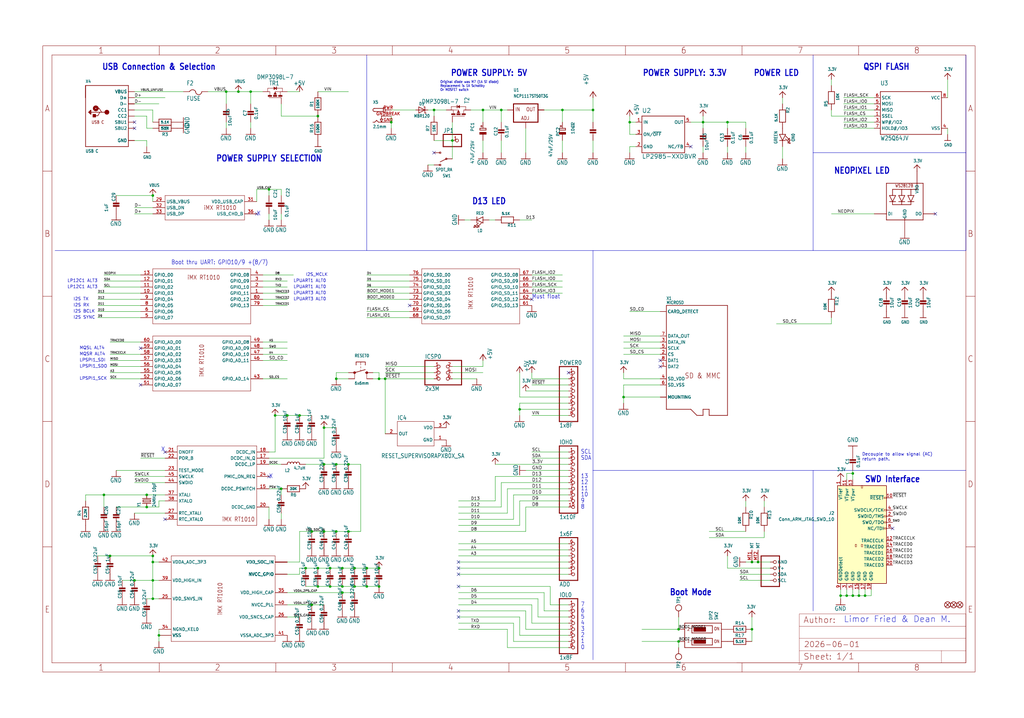
<source format=kicad_sch>
(kicad_sch (version 20230121) (generator eeschema)
  (paper "User" 425.45 298.602)
  (junction (at 147.32 243.84))
  (junction (at 351.79 247.65))
  (junction (at 157.48 243.84))
  (junction (at 281.94 261.62))
  (junction (at 60.96 205.74))
  (junction (at 200.66 45.72))
  (junction (at 127 236.22))
  (junction (at 157.48 236.22))
  (junction (at 142.24 246.38))
  (junction (at 349.25 247.65))
  (junction (at 354.33 247.65))
  (junction (at 137.16 243.84))
  (junction (at 132.08 243.84))
  (junction (at 356.87 247.65))
  (junction (at 147.32 236.22))
  (junction (at 259.08 165.1))
  (junction (at 157.48 157.48))
  (junction (at 134.62 220.98))
  (junction (at 99.06 38.1))
  (junction (at 162.56 50.8))
  (junction (at 43.18 205.74))
  (junction (at 124.46 172.72))
  (junction (at 281.94 266.7))
  (junction (at 139.7 193.04))
  (junction (at 132.08 236.22))
  (junction (at 104.14 38.1))
  (junction (at 215.9 170.18))
  (junction (at 233.68 45.72))
  (junction (at 354.33 196.85))
  (junction (at 111.76 78.74))
  (junction (at 63.5 81.28))
  (junction (at 180.34 45.72))
  (junction (at 142.24 243.84))
  (junction (at 261.62 50.8))
  (junction (at 119.38 172.72))
  (junction (at 187.96 58.42))
  (junction (at 160.02 157.48))
  (junction (at 137.16 236.22))
  (junction (at 55.88 241.3))
  (junction (at 116.84 203.2))
  (junction (at 312.42 261.62))
  (junction (at 246.38 45.72))
  (junction (at 63.5 231.14))
  (junction (at 132.08 48.26))
  (junction (at 152.4 243.84))
  (junction (at 93.98 38.1))
  (junction (at 314.96 233.68))
  (junction (at 302.26 50.8))
  (junction (at 134.62 177.8))
  (junction (at 139.7 220.98))
  (junction (at 129.54 251.46))
  (junction (at 208.28 45.72))
  (junction (at 359.41 247.65))
  (junction (at 129.54 220.98))
  (junction (at 139.7 157.48))
  (junction (at 63.5 241.3))
  (junction (at 66.04 264.16))
  (junction (at 134.62 193.04))
  (junction (at 292.1 50.8))
  (junction (at 45.72 231.14))
  (junction (at 142.24 236.22))
  (junction (at 114.3 172.72))
  (junction (at 63.5 248.92))
  (junction (at 144.78 220.98))
  (junction (at 312.42 233.68))
  (junction (at 144.78 193.04))
  (junction (at 60.96 210.82))
  (junction (at 63.5 233.68))
  (junction (at 152.4 236.22))
  (no_connect (at 236.22 154.94))
  (no_connect (at 170.18 127))
  (no_connect (at 58.42 160.02))
  (no_connect (at 190.5 256.54))
  (no_connect (at 274.32 152.4))
  (no_connect (at 190.5 238.76))
  (no_connect (at 287.02 60.96))
  (no_connect (at 370.84 219.71))
  (no_connect (at 274.32 149.86))
  (no_connect (at 180.34 63.5))
  (no_connect (at 388.62 88.9))
  (no_connect (at 220.98 124.46))
  (no_connect (at 190.5 243.84))
  (no_connect (at 106.68 88.9))
  (no_connect (at 68.58 187.96))
  (no_connect (at 58.42 144.78))
  (no_connect (at 190.5 233.68))
  (no_connect (at 190.5 254))
  (no_connect (at 190.5 236.22))
  (no_connect (at 68.58 215.9))
  (no_connect (at 55.88 50.8))
  (no_connect (at 111.76 198.12))
  (no_connect (at 55.88 53.34))
  (polyline (pts (xy 401.32 22.86) (xy 401.32 63.5)) (stroke (width 0.1524) (type solid)))
  (wire (pts (xy 104.14 43.18) (xy 104.14 38.1)) (stroke (width 0.1524)))
  (wire (pts (xy 63.5 86.36) (xy 55.88 86.36)) (stroke (width 0.1524)))
  (wire (pts (xy 294.64 220.98) (xy 309.88 220.98)) (stroke (width 0.1524)))
  (wire (pts (xy 287.02 50.8) (xy 292.1 50.8)) (stroke (width 0.1524)))
  (wire (pts (xy 356.87 247.65) (xy 359.41 247.65)))
  (wire (pts (xy 351.79 199.39) (xy 351.79 196.85)))
  (wire (pts (xy 190.5 248.92) (xy 223.52 248.92)) (stroke (width 0.1524)))
  (wire (pts (xy 215.9 208.28) (xy 215.9 218.44)) (stroke (width 0.1524)))
  (wire (pts (xy 93.98 38.1) (xy 99.06 38.1)) (stroke (width 0.1524)))
  (wire (pts (xy 213.36 259.08) (xy 213.36 266.7)) (stroke (width 0.1524)))
  (wire (pts (xy 302.26 50.8) (xy 302.26 53.34)) (stroke (width 0.1524)))
  (wire (pts (xy 281.94 266.7) (xy 266.7 266.7)) (stroke (width 0.1524)))
  (wire (pts (xy 210.82 45.72) (xy 208.28 45.72)) (stroke (width 0.1524)))
  (wire (pts (xy 149.86 193.04) (xy 149.86 220.98)) (stroke (width 0.1524)))
  (wire (pts (xy 354.33 196.85) (xy 354.33 199.39)))
  (wire (pts (xy 215.9 256.54) (xy 190.5 256.54)) (stroke (width 0.1524)))
  (wire (pts (xy 134.62 193.04) (xy 139.7 193.04)) (stroke (width 0.1524)))
  (wire (pts (xy 119.38 233.68) (xy 124.46 233.68)) (stroke (width 0.1524)))
  (wire (pts (xy 60.96 58.42) (xy 60.96 60.96)) (stroke (width 0.1524)))
  (wire (pts (xy 180.34 157.48) (xy 160.02 157.48)) (stroke (width 0.1524)))
  (wire (pts (xy 264.16 55.88) (xy 261.62 55.88)) (stroke (width 0.1524)))
  (wire (pts (xy 220.98 154.94) (xy 220.98 157.48)) (stroke (width 0.1524)))
  (wire (pts (xy 345.44 48.26) (xy 363.22 48.26)) (stroke (width 0.1524)))
  (wire (pts (xy 236.22 264.16) (xy 215.9 264.16)) (stroke (width 0.1524)))
  (wire (pts (xy 55.88 38.1) (xy 76.2 38.1)) (stroke (width 0.1524)))
  (wire (pts (xy 66.04 241.3) (xy 63.5 241.3)) (stroke (width 0.1524)))
  (wire (pts (xy 220.98 172.72) (xy 236.22 172.72)) (stroke (width 0.1524)))
  (wire (pts (xy 233.68 45.72) (xy 246.38 45.72)) (stroke (width 0.1524)))
  (wire (pts (xy 187.96 154.94) (xy 200.66 154.94)) (stroke (width 0.1524)))
  (wire (pts (xy 55.88 40.64) (xy 68.58 40.64)) (stroke (width 0.1524)))
  (wire (pts (xy 236.22 254) (xy 226.06 254)) (stroke (width 0.1524)))
  (wire (pts (xy 359.41 247.65) (xy 361.95 247.65)))
  (wire (pts (xy 200.66 63.5) (xy 200.66 58.42)) (stroke (width 0.1524)))
  (wire (pts (xy 162.56 48.26) (xy 162.56 50.8)) (stroke (width 0.1524)))
  (wire (pts (xy 119.38 38.1) (xy 124.46 38.1)) (stroke (width 0.1524)))
  (wire (pts (xy 170.18 119.38) (xy 152.4 119.38)) (stroke (width 0.1524)))
  (wire (pts (xy 193.04 91.44) (xy 195.58 91.44)) (stroke (width 0.1524)))
  (polyline (pts (xy 337.82 63.5) (xy 337.82 104.14)) (stroke (width 0.1524) (type solid)))
  (wire (pts (xy 236.22 228.6) (xy 190.5 228.6)) (stroke (width 0.1524)))
  (wire (pts (xy 259.08 165.1) (xy 259.08 167.64)) (stroke (width 0.1524)))
  (wire (pts (xy 66.04 261.62) (xy 66.04 264.16)) (stroke (width 0.1524)))
  (wire (pts (xy 111.76 190.5) (xy 134.62 190.5)) (stroke (width 0.1524)))
  (wire (pts (xy 40.64 231.14) (xy 45.72 231.14)) (stroke (width 0.1524)))
  (wire (pts (xy 215.9 167.64) (xy 215.9 170.18)) (stroke (width 0.1524)))
  (wire (pts (xy 261.62 55.88) (xy 261.62 50.8)) (stroke (width 0.1524)))
  (wire (pts (xy 261.62 50.8) (xy 264.16 50.8)) (stroke (width 0.1524)))
  (wire (pts (xy 109.22 144.78) (xy 119.38 144.78)) (stroke (width 0.1524)))
  (wire (pts (xy 160.02 157.48) (xy 160.02 180.34)) (stroke (width 0.1524)))
  (wire (pts (xy 119.38 256.54) (xy 124.46 256.54)) (stroke (width 0.1524)))
  (wire (pts (xy 114.3 187.96) (xy 114.3 172.72)) (stroke (width 0.1524)))
  (polyline (pts (xy 337.82 195.58) (xy 246.38 195.58)) (stroke (width 0.1524) (type solid)))
  (wire (pts (xy 187.96 58.42) (xy 187.96 66.04)) (stroke (width 0.1524)))
  (wire (pts (xy 233.68 58.42) (xy 233.68 63.5)) (stroke (width 0.1524)))
  (wire (pts (xy 58.42 116.84) (xy 43.18 116.84)) (stroke (width 0.1524)))
  (wire (pts (xy 359.41 245.11) (xy 359.41 247.65)))
  (wire (pts (xy 236.22 187.96) (xy 220.98 187.96)) (stroke (width 0.1524)))
  (wire (pts (xy 58.42 154.94) (xy 45.72 154.94)) (stroke (width 0.1524)))
  (wire (pts (xy 325.12 40.64) (xy 325.12 43.18)) (stroke (width 0.1524)))
  (wire (pts (xy 236.22 269.24) (xy 210.82 269.24)) (stroke (width 0.1524)))
  (wire (pts (xy 132.08 236.22) (xy 137.16 236.22)) (stroke (width 0.1524)))
  (wire (pts (xy 356.87 245.11) (xy 356.87 247.65)))
  (wire (pts (xy 200.66 152.4) (xy 187.96 152.4)) (stroke (width 0.1524)))
  (wire (pts (xy 111.76 203.2) (xy 116.84 203.2)) (stroke (width 0.1524)))
  (wire (pts (xy 294.64 223.52) (xy 317.5 223.52)) (stroke (width 0.1524)))
  (wire (pts (xy 63.5 248.92) (xy 63.5 241.3)) (stroke (width 0.1524)))
  (wire (pts (xy 45.72 231.14) (xy 63.5 231.14)) (stroke (width 0.1524)))
  (wire (pts (xy 349.25 247.65) (xy 349.25 248.92)))
  (wire (pts (xy 246.38 45.72) (xy 246.38 50.8)) (stroke (width 0.1524)))
  (wire (pts (xy 152.4 243.84) (xy 157.48 243.84)) (stroke (width 0.1524)))
  (wire (pts (xy 106.68 78.74) (xy 111.76 78.74)) (stroke (width 0.1524)))
  (wire (pts (xy 226.06 246.38) (xy 190.5 246.38)) (stroke (width 0.1524)))
  (wire (pts (xy 190.5 236.22) (xy 236.22 236.22)) (stroke (width 0.1524)))
  (wire (pts (xy 200.66 50.8) (xy 200.66 45.72)) (stroke (width 0.1524)))
  (wire (pts (xy 292.1 60.96) (xy 292.1 63.5)) (stroke (width 0.1524)))
  (wire (pts (xy 127 236.22) (xy 132.08 236.22)) (stroke (width 0.1524)))
  (wire (pts (xy 218.44 261.62) (xy 236.22 261.62)) (stroke (width 0.1524)))
  (wire (pts (xy 109.22 147.32) (xy 119.38 147.32)) (stroke (width 0.1524)))
  (wire (pts (xy 208.28 45.72) (xy 208.28 50.8)) (stroke (width 0.1524)))
  (wire (pts (xy 109.22 149.86) (xy 119.38 149.86)) (stroke (width 0.1524)))
  (wire (pts (xy 351.79 247.65) (xy 354.33 247.65)))
  (wire (pts (xy 345.44 45.72) (xy 345.44 48.26)) (stroke (width 0.1524)))
  (wire (pts (xy 190.5 220.98) (xy 218.44 220.98)) (stroke (width 0.1524)))
  (wire (pts (xy 208.28 210.82) (xy 190.5 210.82)) (stroke (width 0.1524)))
  (wire (pts (xy 55.88 200.66) (xy 68.58 200.66)) (stroke (width 0.1524)))
  (wire (pts (xy 354.33 247.65) (xy 356.87 247.65)))
  (wire (pts (xy 208.28 200.66) (xy 236.22 200.66)) (stroke (width 0.1524)))
  (wire (pts (xy 307.34 241.3) (xy 320.04 241.3)) (stroke (width 0.1524)))
  (wire (pts (xy 124.46 238.76) (xy 124.46 236.22)) (stroke (width 0.1524)))
  (wire (pts (xy 60.96 53.34) (xy 63.5 53.34)) (stroke (width 0.1524)))
  (wire (pts (xy 322.58 134.62) (xy 345.44 134.62)) (stroke (width 0.1524)))
  (wire (pts (xy 127 236.22) (xy 124.46 236.22)) (stroke (width 0.1524)))
  (wire (pts (xy 134.62 190.5) (xy 134.62 177.8)) (stroke (width 0.1524)))
  (wire (pts (xy 60.96 48.26) (xy 60.96 53.34)) (stroke (width 0.1524)))
  (wire (pts (xy 180.34 152.4) (xy 160.02 152.4)) (stroke (width 0.1524)))
  (wire (pts (xy 320.04 238.76) (xy 307.34 238.76)) (stroke (width 0.1524)))
  (wire (pts (xy 111.76 78.74) (xy 111.76 81.28)) (stroke (width 0.1524)))
  (wire (pts (xy 317.5 208.28) (xy 317.5 210.82)) (stroke (width 0.1524)))
  (wire (pts (xy 180.34 154.94) (xy 160.02 154.94)) (stroke (width 0.1524)))
  (wire (pts (xy 58.42 121.92) (xy 40.64 121.92)) (stroke (width 0.1524)))
  (wire (pts (xy 180.34 45.72) (xy 185.42 45.72)) (stroke (width 0.1524)))
  (wire (pts (xy 170.18 114.3) (xy 152.4 114.3)) (stroke (width 0.1524)))
  (wire (pts (xy 66.04 233.68) (xy 63.5 233.68)) (stroke (width 0.1524)))
  (wire (pts (xy 144.78 154.94) (xy 139.7 154.94)) (stroke (width 0.1524)))
  (wire (pts (xy 236.22 238.76) (xy 190.5 238.76)) (stroke (width 0.1524)))
  (wire (pts (xy 350.52 43.18) (xy 363.22 43.18)) (stroke (width 0.1524)))
  (wire (pts (xy 109.22 127) (xy 119.38 127)) (stroke (width 0.1524)))
  (wire (pts (xy 68.58 190.5) (xy 58.42 190.5)) (stroke (width 0.1524)))
  (wire (pts (xy 48.26 195.58) (xy 68.58 195.58)) (stroke (width 0.1524)))
  (wire (pts (xy 236.22 162.56) (xy 218.44 162.56)) (stroke (width 0.1524)))
  (wire (pts (xy 58.42 114.3) (xy 43.18 114.3)) (stroke (width 0.1524)))
  (wire (pts (xy 210.82 203.2) (xy 210.82 213.36)) (stroke (width 0.1524)))
  (wire (pts (xy 228.6 243.84) (xy 228.6 251.46)) (stroke (width 0.1524)))
  (wire (pts (xy 63.5 45.72) (xy 63.5 50.8)) (stroke (width 0.1524)))
  (wire (pts (xy 55.88 43.18) (xy 66.04 43.18)) (stroke (width 0.1524)))
  (wire (pts (xy 58.42 129.54) (xy 40.64 129.54)) (stroke (width 0.1524)))
  (wire (pts (xy 139.7 154.94) (xy 139.7 157.48)) (stroke (width 0.1524)))
  (wire (pts (xy 218.44 63.5) (xy 218.44 53.34)) (stroke (width 0.1524)))
  (wire (pts (xy 354.33 245.11) (xy 354.33 247.65)))
  (wire (pts (xy 180.34 68.58) (xy 177.8 68.58)) (stroke (width 0.1524)))
  (wire (pts (xy 259.08 147.32) (xy 274.32 147.32)) (stroke (width 0.1524)))
  (wire (pts (xy 129.54 220.98) (xy 134.62 220.98)) (stroke (width 0.1524)))
  (wire (pts (xy 177.8 45.72) (xy 180.34 45.72)) (stroke (width 0.1524)))
  (wire (pts (xy 119.38 172.72) (xy 124.46 172.72)) (stroke (width 0.1524)))
  (polyline (pts (xy 22.86 104.14) (xy 152.4 104.14)) (stroke (width 0.1524) (type solid)))
  (wire (pts (xy 236.22 190.5) (xy 220.98 190.5)) (stroke (width 0.1524)))
  (wire (pts (xy 132.08 48.26) (xy 116.84 48.26)) (stroke (width 0.1524)))
  (wire (pts (xy 58.42 149.86) (xy 45.72 149.86)) (stroke (width 0.1524)))
  (wire (pts (xy 109.22 116.84) (xy 119.38 116.84)) (stroke (width 0.1524)))
  (polyline (pts (xy 246.38 104.14) (xy 152.4 104.14)) (stroke (width 0.1524) (type solid)))
  (wire (pts (xy 215.9 264.16) (xy 215.9 256.54)) (stroke (width 0.1524)))
  (wire (pts (xy 198.12 157.48) (xy 187.96 157.48)) (stroke (width 0.1524)))
  (wire (pts (xy 190.5 243.84) (xy 228.6 243.84)) (stroke (width 0.1524)))
  (wire (pts (xy 63.5 81.28) (xy 63.5 83.82)) (stroke (width 0.1524)))
  (wire (pts (xy 124.46 172.72) (xy 129.54 172.72)) (stroke (width 0.1524)))
  (wire (pts (xy 361.95 247.65) (xy 361.95 245.11)))
  (wire (pts (xy 170.18 129.54) (xy 152.4 129.54)) (stroke (width 0.1524)))
  (wire (pts (xy 132.08 243.84) (xy 137.16 243.84)) (stroke (width 0.1524)))
  (wire (pts (xy 111.76 78.74) (xy 116.84 78.74)) (stroke (width 0.1524)))
  (wire (pts (xy 210.82 269.24) (xy 210.82 261.62)) (stroke (width 0.1524)))
  (wire (pts (xy 162.56 50.8) (xy 162.56 53.34)) (stroke (width 0.1524)))
  (wire (pts (xy 236.22 233.68) (xy 190.5 233.68)) (stroke (width 0.1524)))
  (wire (pts (xy 144.78 220.98) (xy 149.86 220.98)) (stroke (width 0.1524)))
  (wire (pts (xy 124.46 220.98) (xy 124.46 233.68)) (stroke (width 0.1524)))
  (wire (pts (xy 309.88 60.96) (xy 309.88 63.5)) (stroke (width 0.1524)))
  (polyline (pts (xy 337.82 22.86) (xy 337.82 63.5)) (stroke (width 0.1524) (type solid)))
  (wire (pts (xy 363.22 50.8) (xy 350.52 50.8)) (stroke (width 0.1524)))
  (wire (pts (xy 132.08 38.1) (xy 144.78 38.1)) (stroke (width 0.1524)))
  (wire (pts (xy 55.88 88.9) (xy 63.5 88.9)) (stroke (width 0.1524)))
  (wire (pts (xy 60.96 210.82) (xy 48.26 210.82)) (stroke (width 0.1524)))
  (wire (pts (xy 63.5 241.3) (xy 63.5 233.68)) (stroke (width 0.1524)))
  (wire (pts (xy 68.58 198.12) (xy 55.88 198.12)) (stroke (width 0.1524)))
  (wire (pts (xy 60.96 205.74) (xy 43.18 205.74)) (stroke (width 0.1524)))
  (wire (pts (xy 147.32 243.84) (xy 152.4 243.84)) (stroke (width 0.1524)))
  (wire (pts (xy 109.22 124.46) (xy 119.38 124.46)) (stroke (width 0.1524)))
  (wire (pts (xy 215.9 218.44) (xy 190.5 218.44)) (stroke (width 0.1524)))
  (wire (pts (xy 220.98 91.44) (xy 215.9 91.44)) (stroke (width 0.1524)))
  (polyline (pts (xy 152.4 104.14) (xy 152.4 22.86)) (stroke (width 0.1524) (type solid)))
  (wire (pts (xy 393.7 55.88) (xy 393.7 53.34)) (stroke (width 0.1524)))
  (wire (pts (xy 66.04 208.28) (xy 66.04 210.82)) (stroke (width 0.1524)))
  (wire (pts (xy 261.62 48.26) (xy 261.62 50.8)) (stroke (width 0.1524)))
  (wire (pts (xy 393.7 33.02) (xy 393.7 40.64)) (stroke (width 0.1524)))
  (wire (pts (xy 160.02 157.48) (xy 157.48 157.48)) (stroke (width 0.1524)))
  (wire (pts (xy 208.28 210.82) (xy 208.28 200.66)) (stroke (width 0.1524)))
  (wire (pts (xy 190.5 208.28) (xy 205.74 208.28)) (stroke (width 0.1524)))
  (wire (pts (xy 142.24 236.22) (xy 147.32 236.22)) (stroke (width 0.1524)))
  (wire (pts (xy 312.42 256.54) (xy 312.42 261.62)) (stroke (width 0.1524)))
  (wire (pts (xy 137.16 236.22) (xy 142.24 236.22)) (stroke (width 0.1524)))
  (wire (pts (xy 170.18 116.84) (xy 152.4 116.84)) (stroke (width 0.1524)))
  (wire (pts (xy 116.84 78.74) (xy 116.84 81.28)) (stroke (width 0.1524)))
  (wire (pts (xy 220.98 121.92) (xy 233.68 121.92)) (stroke (width 0.1524)))
  (wire (pts (xy 236.22 195.58) (xy 218.44 195.58)) (stroke (width 0.1524)))
  (wire (pts (xy 66.04 264.16) (xy 66.04 266.7)) (stroke (width 0.1524)))
  (wire (pts (xy 349.25 247.65) (xy 351.79 247.65)))
  (wire (pts (xy 63.5 233.68) (xy 63.5 231.14)) (stroke (width 0.1524)))
  (wire (pts (xy 226.06 45.72) (xy 233.68 45.72)) (stroke (width 0.1524)))
  (wire (pts (xy 236.22 203.2) (xy 210.82 203.2)) (stroke (width 0.1524)))
  (wire (pts (xy 170.18 121.92) (xy 152.4 121.92)) (stroke (width 0.1524)))
  (wire (pts (xy 114.3 172.72) (xy 119.38 172.72)) (stroke (width 0.1524)))
  (wire (pts (xy 68.58 213.36) (xy 55.88 213.36)) (stroke (width 0.1524)))
  (wire (pts (xy 309.88 233.68) (xy 312.42 233.68)) (stroke (width 0.1524)))
  (wire (pts (xy 180.34 48.26) (xy 180.34 45.72)) (stroke (width 0.1524)))
  (wire (pts (xy 190.5 231.14) (xy 236.22 231.14)) (stroke (width 0.1524)))
  (wire (pts (xy 236.22 165.1) (xy 215.9 165.1)) (stroke (width 0.1524)))
  (wire (pts (xy 274.32 160.02) (xy 259.08 160.02)) (stroke (width 0.1524)))
  (wire (pts (xy 233.68 45.72) (xy 233.68 50.8)) (stroke (width 0.1524)))
  (wire (pts (xy 205.74 208.28) (xy 205.74 198.12)) (stroke (width 0.1524)))
  (wire (pts (xy 345.44 35.56) (xy 345.44 33.02)) (stroke (width 0.1524)))
  (wire (pts (xy 274.32 157.48) (xy 259.08 157.48)) (stroke (width 0.1524)))
  (wire (pts (xy 220.98 160.02) (xy 236.22 160.02)) (stroke (width 0.1524)))
  (wire (pts (xy 354.33 195.58) (xy 354.33 196.85)))
  (wire (pts (xy 218.44 254) (xy 218.44 261.62)) (stroke (width 0.1524)))
  (wire (pts (xy 66.04 248.92) (xy 63.5 248.92)) (stroke (width 0.1524)))
  (wire (pts (xy 220.98 157.48) (xy 236.22 157.48)) (stroke (width 0.1524)))
  (wire (pts (xy 142.24 246.38) (xy 147.32 246.38)) (stroke (width 0.1524)))
  (wire (pts (xy 142.24 243.84) (xy 147.32 243.84)) (stroke (width 0.1524)))
  (wire (pts (xy 137.16 243.84) (xy 142.24 243.84)) (stroke (width 0.1524)))
  (wire (pts (xy 86.36 38.1) (xy 93.98 38.1)) (stroke (width 0.1524)))
  (wire (pts (xy 208.28 58.42) (xy 208.28 63.5)) (stroke (width 0.1524)))
  (wire (pts (xy 58.42 142.24) (xy 45.72 142.24)) (stroke (width 0.1524)))
  (polyline (pts (xy 337.82 63.5) (xy 401.32 63.5)) (stroke (width 0.1524) (type solid)))
  (wire (pts (xy 312.42 261.62) (xy 312.42 266.7)) (stroke (width 0.1524)))
  (wire (pts (xy 58.42 132.08) (xy 40.64 132.08)) (stroke (width 0.1524)))
  (wire (pts (xy 58.42 147.32) (xy 45.72 147.32)) (stroke (width 0.1524)))
  (polyline (pts (xy 246.38 195.58) (xy 246.38 104.14)) (stroke (width 0.1524) (type solid)))
  (wire (pts (xy 292.1 50.8) (xy 302.26 50.8)) (stroke (width 0.1524)))
  (wire (pts (xy 170.18 124.46) (xy 152.4 124.46)) (stroke (width 0.1524)))
  (wire (pts (xy 259.08 139.7) (xy 274.32 139.7)) (stroke (width 0.1524)))
  (wire (pts (xy 195.58 45.72) (xy 200.66 45.72)) (stroke (width 0.1524)))
  (wire (pts (xy 60.96 58.42) (xy 55.88 58.42)) (stroke (width 0.1524)))
  (wire (pts (xy 58.42 119.38) (xy 43.18 119.38)) (stroke (width 0.1524)))
  (wire (pts (xy 236.22 170.18) (xy 215.9 170.18)) (stroke (width 0.1524)))
  (wire (pts (xy 157.48 154.94) (xy 157.48 157.48)) (stroke (width 0.1524)))
  (wire (pts (xy 325.12 60.96) (xy 325.12 66.04)) (stroke (width 0.1524)))
  (wire (pts (xy 152.4 132.08) (xy 170.18 132.08)) (stroke (width 0.1524)))
  (wire (pts (xy 246.38 40.64) (xy 246.38 45.72)) (stroke (width 0.1524)))
  (wire (pts (xy 139.7 220.98) (xy 144.78 220.98)) (stroke (width 0.1524)))
  (wire (pts (xy 68.58 205.74) (xy 60.96 205.74)) (stroke (width 0.1524)))
  (wire (pts (xy 111.76 187.96) (xy 114.3 187.96)) (stroke (width 0.1524)))
  (wire (pts (xy 312.42 233.68) (xy 314.96 233.68)) (stroke (width 0.1524)))
  (wire (pts (xy 144.78 193.04) (xy 149.86 193.04)) (stroke (width 0.1524)))
  (wire (pts (xy 190.5 259.08) (xy 213.36 259.08)) (stroke (width 0.1524)))
  (wire (pts (xy 154.94 154.94) (xy 157.48 154.94)) (stroke (width 0.1524)))
  (wire (pts (xy 187.96 58.42) (xy 187.96 50.8)) (stroke (width 0.1524)))
  (wire (pts (xy 259.08 160.02) (xy 259.08 165.1)) (stroke (width 0.1524)))
  (wire (pts (xy 246.38 58.42) (xy 246.38 63.5)) (stroke (width 0.1524)))
  (wire (pts (xy 345.44 132.08) (xy 345.44 134.62)) (stroke (width 0.1524)))
  (wire (pts (xy 58.42 157.48) (xy 45.72 157.48)) (stroke (width 0.1524)))
  (wire (pts (xy 274.32 142.24) (xy 259.08 142.24)) (stroke (width 0.1524)))
  (wire (pts (xy 162.56 45.72) (xy 172.72 45.72)) (stroke (width 0.1524)))
  (wire (pts (xy 363.22 45.72) (xy 350.52 45.72)) (stroke (width 0.1524)))
  (wire (pts (xy 302.26 231.14) (xy 302.26 236.22)) (stroke (width 0.1524)))
  (wire (pts (xy 109.22 157.48) (xy 119.38 157.48)) (stroke (width 0.1524)))
  (wire (pts (xy 213.36 205.74) (xy 236.22 205.74)) (stroke (width 0.1524)))
  (wire (pts (xy 119.38 246.38) (xy 142.24 246.38)) (stroke (width 0.1524)))
  (wire (pts (xy 210.82 261.62) (xy 190.5 261.62)) (stroke (width 0.1524)))
  (wire (pts (xy 127 193.04) (xy 134.62 193.04)) (stroke (width 0.1524)))
  (wire (pts (xy 213.36 215.9) (xy 213.36 205.74)) (stroke (width 0.1524)))
  (wire (pts (xy 205.74 91.44) (xy 203.2 91.44)) (stroke (width 0.1524)))
  (wire (pts (xy 302.26 60.96) (xy 302.26 63.5)) (stroke (width 0.1524)))
  (wire (pts (xy 109.22 114.3) (xy 121.92 114.3)) (stroke (width 0.1524)))
  (wire (pts (xy 190.5 226.06) (xy 236.22 226.06)) (stroke (width 0.1524)))
  (wire (pts (xy 363.22 40.64) (xy 350.52 40.64)) (stroke (width 0.1524)))
  (wire (pts (xy 66.04 210.82) (xy 60.96 210.82)) (stroke (width 0.1524)))
  (polyline (pts (xy 337.82 104.14) (xy 401.32 104.14)) (stroke (width 0.1524) (type solid)))
  (wire (pts (xy 274.32 144.78) (xy 259.08 144.78)) (stroke (width 0.1524)))
  (wire (pts (xy 215.9 154.94) (xy 215.9 165.1)) (stroke (width 0.1524)))
  (wire (pts (xy 317.5 223.52) (xy 317.5 220.98)) (stroke (width 0.1524)))
  (wire (pts (xy 104.14 50.8) (xy 104.14 53.34)) (stroke (width 0.1524)))
  (wire (pts (xy 154.94 157.48) (xy 157.48 157.48)) (stroke (width 0.1524)))
  (wire (pts (xy 190.5 215.9) (xy 213.36 215.9)) (stroke (width 0.1524)))
  (wire (pts (xy 351.79 196.85) (xy 354.33 196.85)))
  (wire (pts (xy 119.38 238.76) (xy 124.46 238.76)) (stroke (width 0.1524)))
  (wire (pts (xy 218.44 220.98) (xy 218.44 210.82)) (stroke (width 0.1524)))
  (wire (pts (xy 274.32 165.1) (xy 259.08 165.1)) (stroke (width 0.1524)))
  (wire (pts (xy 215.9 170.18) (xy 215.9 172.72)) (stroke (width 0.1524)))
  (wire (pts (xy 35.56 205.74) (xy 35.56 208.28)) (stroke (width 0.1524)))
  (wire (pts (xy 116.84 43.18) (xy 116.84 48.26)) (stroke (width 0.1524)))
  (wire (pts (xy 55.88 45.72) (xy 63.5 45.72)) (stroke (width 0.1524)))
  (wire (pts (xy 68.58 208.28) (xy 66.04 208.28)) (stroke (width 0.1524)))
  (wire (pts (xy 144.78 157.48) (xy 139.7 157.48)) (stroke (width 0.1524)))
  (wire (pts (xy 111.76 88.9) (xy 111.76 91.44)) (stroke (width 0.1524)))
  (wire (pts (xy 281.94 261.62) (xy 266.7 261.62)) (stroke (width 0.1524)))
  (wire (pts (xy 223.52 248.92) (xy 223.52 256.54)) (stroke (width 0.1524)))
  (wire (pts (xy 200.66 149.86) (xy 200.66 152.4)) (stroke (width 0.1524)))
  (wire (pts (xy 106.68 83.82) (xy 106.68 78.74)) (stroke (width 0.1524)))
  (wire (pts (xy 116.84 203.2) (xy 116.84 205.74)) (stroke (width 0.1524)))
  (wire (pts (xy 228.6 251.46) (xy 236.22 251.46)) (stroke (width 0.1524)))
  (wire (pts (xy 111.76 215.9) (xy 111.76 210.82)) (stroke (width 0.1524)))
  (wire (pts (xy 48.26 81.28) (xy 63.5 81.28)) (stroke (width 0.1524)))
  (wire (pts (xy 223.52 256.54) (xy 236.22 256.54)) (stroke (width 0.1524)))
  (wire (pts (xy 205.74 198.12) (xy 236.22 198.12)) (stroke (width 0.1524)))
  (wire (pts (xy 124.46 220.98) (xy 129.54 220.98)) (stroke (width 0.1524)))
  (polyline (pts (xy 246.38 274.32) (xy 246.38 195.58)) (stroke (width 0.1524) (type solid)))
  (wire (pts (xy 116.84 215.9) (xy 116.84 213.36)) (stroke (width 0.1524)))
  (polyline (pts (xy 337.82 104.14) (xy 246.38 104.14)) (stroke (width 0.1524) (type solid)))
  (wire (pts (xy 264.16 60.96) (xy 261.62 60.96)) (stroke (width 0.1524)))
  (wire (pts (xy 302.26 50.8) (xy 309.88 50.8)) (stroke (width 0.1524)))
  (wire (pts (xy 220.98 114.3) (xy 233.68 114.3)) (stroke (width 0.1524)))
  (wire (pts (xy 58.42 127) (xy 40.64 127)) (stroke (width 0.1524)))
  (wire (pts (xy 134.62 220.98) (xy 139.7 220.98)) (stroke (width 0.1524)))
  (wire (pts (xy 314.96 233.68) (xy 320.04 233.68)) (stroke (width 0.1524)))
  (wire (pts (xy 220.98 251.46) (xy 190.5 251.46)) (stroke (width 0.1524)))
  (wire (pts (xy 190.5 254) (xy 218.44 254)) (stroke (width 0.1524)))
  (wire (pts (xy 63.5 241.3) (xy 55.88 241.3)) (stroke (width 0.1524)))
  (wire (pts (xy 236.22 259.08) (xy 220.98 259.08)) (stroke (width 0.1524)))
  (wire (pts (xy 99.06 38.1) (xy 104.14 38.1)) (stroke (width 0.1524)))
  (wire (pts (xy 109.22 121.92) (xy 119.38 121.92)) (stroke (width 0.1524)))
  (wire (pts (xy 58.42 124.46) (xy 40.64 124.46)) (stroke (width 0.1524)))
  (polyline (pts (xy 337.82 195.58) (xy 337.82 254)) (stroke (width 0.1524) (type solid)))
  (wire (pts (xy 134.62 177.8) (xy 139.7 177.8)) (stroke (width 0.1524)))
  (polyline (pts (xy 401.32 195.58) (xy 337.82 195.58)) (stroke (width 0.1524) (type solid)))
  (wire (pts (xy 93.98 38.1) (xy 93.98 43.18)) (stroke (width 0.1524)))
  (wire (pts (xy 109.22 119.38) (xy 119.38 119.38)) (stroke (width 0.1524)))
  (wire (pts (xy 236.22 208.28) (xy 215.9 208.28)) (stroke (width 0.1524)))
  (wire (pts (xy 58.42 152.4) (xy 45.72 152.4)) (stroke (width 0.1524)))
  (wire (pts (xy 127 243.84) (xy 132.08 243.84)) (stroke (width 0.1524)))
  (wire (pts (xy 233.68 116.84) (xy 220.98 116.84)) (stroke (width 0.1524)))
  (wire (pts (xy 43.18 205.74) (xy 35.56 205.74)) (stroke (width 0.1524)))
  (wire (pts (xy 55.88 48.26) (xy 60.96 48.26)) (stroke (width 0.1524)))
  (wire (pts (xy 274.32 129.54) (xy 261.62 129.54)) (stroke (width 0.1524)))
  (wire (pts (xy 43.18 205.74) (xy 43.18 210.82)) (stroke (width 0.1524)))
  (wire (pts (xy 363.22 53.34) (xy 350.52 53.34)) (stroke (width 0.1524)))
  (wire (pts (xy 281.94 266.7) (xy 281.94 269.24)) (stroke (width 0.1524)))
  (wire (pts (xy 129.54 251.46) (xy 134.62 251.46)) (stroke (width 0.1524)))
  (wire (pts (xy 116.84 88.9) (xy 116.84 91.44)) (stroke (width 0.1524)))
  (wire (pts (xy 93.98 50.8) (xy 93.98 53.34)) (stroke (width 0.1524)))
  (wire (pts (xy 292.1 50.8) (xy 292.1 53.34)) (stroke (width 0.1524)))
  (wire (pts (xy 349.25 245.11) (xy 349.25 247.65)))
  (wire (pts (xy 116.84 193.04) (xy 111.76 193.04)) (stroke (width 0.1524)))
  (wire (pts (xy 147.32 236.22) (xy 152.4 236.22)) (stroke (width 0.1524)))
  (wire (pts (xy 55.88 241.3) (xy 50.8 241.3)) (stroke (width 0.1524)))
  (wire (pts (xy 351.79 245.11) (xy 351.79 247.65)))
  (wire (pts (xy 144.78 220.98) (xy 146.05 220.98)))
  (wire (pts (xy 63.5 248.92) (xy 60.96 248.92)) (stroke (width 0.1524)))
  (wire (pts (xy 104.14 38.1) (xy 109.22 38.1)) (stroke (width 0.1524)))
  (wire (pts (xy 292.1 48.26) (xy 292.1 50.8)) (stroke (width 0.1524)))
  (wire (pts (xy 218.44 210.82) (xy 236.22 210.82)) (stroke (width 0.1524)))
  (wire (pts (xy 309.88 210.82) (xy 309.88 208.28)) (stroke (width 0.1524)))
  (wire (pts (xy 220.98 259.08) (xy 220.98 251.46)) (stroke (width 0.1524)))
  (wire (pts (xy 302.26 236.22) (xy 320.04 236.22)) (stroke (width 0.1524)))
  (wire (pts (xy 226.06 254) (xy 226.06 246.38)) (stroke (width 0.1524)))
  (wire (pts (xy 213.36 266.7) (xy 236.22 266.7)) (stroke (width 0.1524)))
  (wire (pts (xy 139.7 193.04) (xy 144.78 193.04)) (stroke (width 0.1524)))
  (wire (pts (xy 119.38 251.46) (xy 129.54 251.46)) (stroke (width 0.1524)))
  (wire (pts (xy 208.28 45.72) (xy 200.66 45.72)) (stroke (width 0.1524)))
  (wire (pts (xy 220.98 119.38) (xy 233.68 119.38)) (stroke (width 0.1524)))
  (wire (pts (xy 236.22 193.04) (xy 205.74 193.04)) (stroke (width 0.1524)))
  (polyline (pts (xy 401.32 63.5) (xy 401.32 104.14)) (stroke (width 0.1524) (type solid)))
  (wire (pts (xy 259.08 157.48) (xy 259.08 154.94)) (stroke (width 0.1524)))
  (wire (pts (xy 309.88 53.34) (xy 309.88 50.8)) (stroke (width 0.1524)))
  (wire (pts (xy 236.22 167.64) (xy 215.9 167.64)) (stroke (width 0.1524)))
  (wire (pts (xy 109.22 142.24) (xy 119.38 142.24)) (stroke (width 0.1524)))
  (wire (pts (xy 281.94 261.62) (xy 281.94 256.54)) (stroke (width 0.1524)))
  (wire (pts (xy 152.4 236.22) (xy 157.48 236.22)) (stroke (width 0.1524)))
  (wire (pts (xy 261.62 60.96) (xy 261.62 63.5)) (stroke (width 0.1524)))
  (wire (pts (xy 210.82 213.36) (xy 190.5 213.36)) (stroke (width 0.1524)))
  (wire (pts (xy 187.96 58.42) (xy 180.34 58.42)) (stroke (width 0.1524)))
  (wire (pts (xy 363.22 88.9) (xy 345.44 88.9)) (stroke (width 0.1524)))
  (text "LPUART1 ALT0" (at 121.92 119.38 0) (effects (font (size 1.27 1.27)) (justify left)))
  (text "7" (at 241.3 251.46 0) (effects (font (size 1.778 1.5113)) (justify left)))
  (text "13" (at 241.3 198.12 0) (effects (font (size 1.778 1.5113)) (justify left)))
  (text "I2S_MCLK" (at 127 114.3 0) (effects (font (size 1.27 1.27)) (justify left)))
  (text "Must float" (at 220.98 124.46 0) (effects (font (size 1.778 1.5113)) (justify left bottom)))
  (text "POWER SUPPLY SELECTION" (at 111.76 66.04 0) (effects (font (size 2.54 2.159) (thickness 0.4318) bold)))
  (text "LPUART3 ALT0" (at 121.92 124.46 0) (effects (font (size 1.27 1.27)) (justify left)))
  (text "1" (at 241.3 266.7 0) (effects (font (size 1.778 1.5113)) (justify left)))
  (text "LPSPI1_SDI" (at 33.02 149.86 0) (effects (font (size 1.27 1.27)) (justify left)))
  (text "LPSPI1_SDO" (at 33.02 152.4 0) (effects (font (size 1.27 1.27)) (justify left)))
  (text "2" (at 241.3 264.16 0) (effects (font (size 1.778 1.5113)) (justify left)))
  (text "6" (at 241.3 254 0) (effects (font (size 1.778 1.5113)) (justify left)))
  (text "0" (at 241.3 269.24 0) (effects (font (size 1.778 1.5113)) (justify left)))
  (text "Decouple to allow signal (AC)\nreturn path." (at 358.14 191.77 0) (effects (font (size 1.27 1.27)) (justify left bottom)))
  (text "3" (at 241.3 261.62 0) (effects (font (size 1.778 1.5113)) (justify left)))
  (text "USB Connection & Selection" (at 66.04 27.94 0) (effects (font (size 2.54 2.159) (thickness 0.4318) bold)))
  (text "Original diode was M7 (1A Si diode)\nReplacement is 1A Schottky\nOr MOSFET switch" (at 182.88 38.1 0) (effects (font (size 1.016 0.8636)) (justify left bottom)))
  (text "10" (at 241.3 205.74 0) (effects (font (size 1.778 1.5113)) (justify left)))
  (text "LPUART1 ALT0" (at 121.92 116.84 0) (effects (font (size 1.27 1.27)) (justify left)))
  (text "Boot Mode" (at 287.02 246.38 0) (effects (font (size 2.54 2.159) (thickness 0.4318) bold)))
  (text "LPUART3 ALT0" (at 121.92 121.92 0) (effects (font (size 1.27 1.27)) (justify left)))
  (text "I2S SYNC" (at 30.48 132.08 0) (effects (font (size 1.27 1.27)) (justify left)))
  (text "LP12C1 ALT3" (at 27.94 119.38 0) (effects (font (size 1.27 1.27)) (justify left)))
  (text "11" (at 241.3 203.2 0) (effects (font (size 1.778 1.5113)) (justify left)))
  (text "SCL" (at 241.3 187.96 0) (effects (font (size 1.778 1.5113)) (justify left)))
  (text "I2S BCLK" (at 30.48 129.54 0) (effects (font (size 1.27 1.27)) (justify left)))
  (text "QSPI FLASH" (at 368.3 27.94 0) (effects (font (size 2.54 2.159) (thickness 0.4318) bold)))
  (text "I2S RX" (at 30.48 127 0) (effects (font (size 1.27 1.27)) (justify left)))
  (text "D13 LED" (at 203.2 83.82 0) (effects (font (size 2.54 2.159) (thickness 0.4318) bold)))
  (text "MQSL ALT4" (at 33.02 144.78 0) (effects (font (size 1.27 1.27)) (justify left)))
  (text "MQSR ALT4" (at 33.02 147.32 0) (effects (font (size 1.27 1.27)) (justify left)))
  (text "X" (at 111.76 198.12 0) (effects (font (size 1.778 1.5113)) (justify left)))
  (text "Boot thru UART: GPIO10/9 +(8/7)" (at 71.12 109.22 0) (effects (font (size 1.778 1.5113)) (justify left)))
  (text "I2S TX" (at 30.48 124.46 0) (effects (font (size 1.27 1.27)) (justify left)))
  (text "SWD Interface" (at 370.84 199.39 0) (effects (font (size 2.54 2.159) (thickness 0.4318) bold)))
  (text "X" (at 106.68 88.9 0) (effects (font (size 1.778 1.5113)) (justify left)))
  (text "POWER LED" (at 322.58 30.48 0) (effects (font (size 2.54 2.159) (thickness 0.4318) bold)))
  (text "4" (at 241.3 259.08 0) (effects (font (size 1.778 1.5113)) (justify left)))
  (text "5" (at 241.3 256.54 0) (effects (font (size 1.778 1.5113)) (justify left)))
  (text "NEOPIXEL LED" (at 358.14 71.12 0) (effects (font (size 2.54 2.159) (thickness 0.4318) bold)))
  (text "POWER SUPPLY: 5V" (at 203.2 30.48 0) (effects (font (size 2.54 2.159) (thickness 0.4318) bold)))
  (text "X" (at 68.58 187.96 0) (effects (font (size 1.778 1.5113)) (justify right bottom)))
  (text "Limor Fried & Dean M." (at 350.52 259.08 0) (effects (font (size 2.54 2.54)) (justify left bottom)))
  (text "LPSPI1_SCK" (at 33.02 157.48 0) (effects (font (size 1.27 1.27)) (justify left)))
  (text "9" (at 241.3 208.28 0) (effects (font (size 1.778 1.5113)) (justify left)))
  (text "12" (at 241.3 200.66 0) (effects (font (size 1.778 1.5113)) (justify left)))
  (text "LP12C1 ALT3" (at 27.94 116.84 0) (effects (font (size 1.27 1.27)) (justify left)))
  (text "POWER SUPPLY: 3.3V" (at 284.48 30.48 0) (effects (font (size 2.54 2.159) (thickness 0.4318) bold)))
  (text "8" (at 241.3 210.82 0) (effects (font (size 1.778 1.5113)) (justify left)))
  (text "SDA" (at 241.3 190.5 0) (effects (font (size 1.778 1.5113)) (justify left)))
  (label "A3" (at 195.58 231.14 0) (effects (font (size 1.2446 1.2446))))
  (label "SCL" (at 307.34 241.3 0) (effects (font (size 1.2446 1.2446))))
  (label "PSW" (at 111.76 203.2 0) (effects (font (size 0.889 0.889))))
  (label "VIN" (at 134.62 38.1 0) (effects (font (size 1.2446 1.2446))))
  (label "D5" (at 195.58 248.92 0) (effects (font (size 1.2446 1.2446))))
  (label "MOSI" (at 193.04 154.94 0) (effects (font (size 1.3513 1.3513))))
  (label "VIN" (at 203.2 45.72 0) (effects (font (size 1.2446 1.2446))))
  (label "FLASH_SCK" (at 220.98 119.38 0) (effects (font (size 1.2446 1.2446))))
  (label "D12" (at 220.98 200.66 0) (effects (font (size 1.3513 1.3513))))
  (label "D9" (at 195.58 218.44 0) (effects (font (size 1.2446 1.2446))))
  (label "D10" (at 195.58 215.9 0) (effects (font (size 1.2446 1.2446))))
  (label "FLASH_CS" (at 152.4 129.54 0) (effects (font (size 1.2446 1.2446))))
  (label "TRACED3" (at 114.3 121.92 0) (effects (font (size 0.889 0.889))))
  (label "SWDIO" (at 55.88 200.66 0) (effects (font (size 1.2446 1.2446))))
  (label "~{RESET}" (at 58.42 190.5 0) (effects (font (size 1.2446 1.2446))))
  (label "BOOT_MODE0" (at 281.94 266.7 0) (effects (font (size 1.1735 1.1735))))
  (label "SD_CS" (at 111.76 157.48 0) (effects (font (size 0.889 0.889))))
  (label "TXD" (at 114.3 119.38 0) (effects (font (size 0.889 0.889))))
  (label "SDA" (at 43.18 116.84 0) (effects (font (size 0.889 0.889))))
  (label "SCK" (at 261.62 144.78 0) (effects (font (size 1.2446 1.2446))))
  (label "BOOT_MODE1" (at 152.4 121.92 0) (effects (font (size 1.1735 1.1735))))
  (label "VDDA_2P5_CAP" (at 121.92 246.38 0) (effects (font (size 0.889 0.889))))
  (label "SWCLK" (at 370.84 212.09 0) (effects (font (size 1.2446 1.2446))))
  (label "VBUS" (at 88.9 38.1 0) (effects (font (size 1.2446 1.2446))))
  (label "RXD" (at 195.58 261.62 0) (effects (font (size 1.2446 1.2446))))
  (label "SCK" (at 45.72 157.48 0) (effects (font (size 0.889 0.889))))
  (label "NEOPIX" (at 347.98 88.9 0) (effects (font (size 1.2446 1.2446))))
  (label "D9" (at 220.98 208.28 0) (effects (font (size 1.3513 1.3513))))
  (label "D9" (at 40.64 132.08 0) (effects (font (size 0.889 0.889))))
  (label "~{RESET}" (at 220.98 160.02 0) (effects (font (size 1.1735 1.1735))))
  (label "VIN" (at 220.98 172.72 0) (effects (font (size 1.2446 1.2446))))
  (label "VDD_SOC_IN" (at 127 220.98 0) (effects (font (size 0.889 0.889))))
  (label "SD_CS" (at 261.62 147.32 0) (effects (font (size 1.2446 1.2446))))
  (label "FLASH_IO1" (at 350.52 45.72 0) (effects (font (size 1.2446 1.2446))))
  (label "D-" (at 55.88 86.36 0) (effects (font (size 1.2446 1.2446))))
  (label "FLASH_CS" (at 350.52 48.26 0) (effects (font (size 1.2446 1.2446))))
  (label "D12" (at 40.64 124.46 0) (effects (font (size 0.889 0.889))))
  (label "SCL" (at 220.98 187.96 0) (effects (font (size 1.2446 1.2446))))
  (label "D11" (at 220.98 203.2 0) (effects (font (size 1.3513 1.3513))))
  (label "D6" (at 152.4 119.38 0) (effects (font (size 0.889 0.889))))
  (label "TRACECLK" (at 45.72 147.32 0) (effects (font (size 0.889 0.889))))
  (label "FLASH_IO0" (at 220.98 116.84 0) (effects (font (size 1.2446 1.2446))))
  (label "FLASH_IO3" (at 220.98 121.92 0) (effects (font (size 1.2446 1.2446))))
  (label "MOSI" (at 261.62 142.24 0) (effects (font (size 1.2446 1.2446))))
  (label "FLASH_IO0" (at 350.52 43.18 0) (effects (font (size 1.2446 1.2446))))
  (label "USB_CAP" (at 106.68 78.74 0) (effects (font (size 0.889 0.889))))
  (label "D10" (at 40.64 129.54 0) (effects (font (size 0.889 0.889))))
  (label "SDA" (at 220.98 190.5 0) (effects (font (size 1.2446 1.2446))))
  (label "MOSI" (at 45.72 152.4 0) (effects (font (size 0.889 0.889))))
  (label "SWO" (at 370.84 217.17 0) (effects (font (size 0.889 0.889))))
  (label "TRACED2" (at 370.84 232.41 0))
  (label "SD_CD" (at 111.76 149.86 0) (effects (font (size 1.2446 1.2446))))
  (label "A4" (at 195.58 228.6 0) (effects (font (size 1.2446 1.2446))))
  (label "D6" (at 195.58 246.38 0) (effects (font (size 1.2446 1.2446))))
  (label "D+" (at 55.88 40.64 0) (effects (font (size 1.2446 1.2446))))
  (label "D11" (at 195.58 213.36 0) (effects (font (size 1.2446 1.2446))))
  (label "SCL" (at 43.18 119.38 0) (effects (font (size 0.889 0.889))))
  (label "MISO" (at 261.62 139.7 0) (effects (font (size 1.2446 1.2446))))
  (label "MISO" (at 160.02 152.4 0) (effects (font (size 1.3513 1.3513))))
  (label "SWO" (at 111.76 144.78 0) (effects (font (size 0.889 0.889))))
  (label "SDA" (at 307.34 238.76 0) (effects (font (size 1.2446 1.2446))))
  (label "TRACED0" (at 370.84 227.33 0))
  (label "BOOT_MODE0" (at 152.4 124.46 0) (effects (font (size 1.1735 1.1735))))
  (label "3.3V" (at 220.98 193.04 0) (effects (font (size 1.3513 1.3513))))
  (label "D4" (at 152.4 114.3 0) (effects (font (size 0.889 0.889))))
  (label "DCDC" (at 111.76 193.04 0) (effects (font (size 0.889 0.889))))
  (label "FLASH_IO1" (at 152.4 132.08 0) (effects (font (size 1.2446 1.2446))))
  (label "SWCLK" (at 55.88 198.12 0) (effects (font (size 1.2446 1.2446))))
  (label "D8" (at 114.3 114.3 0) (effects (font (size 0.889 0.889))))
  (label "TXD" (at 195.58 259.08 0) (effects (font (size 1.2446 1.2446))))
  (label "TRACED2" (at 114.3 124.46 0) (effects (font (size 0.889 0.889))))
  (label "A5" (at 111.76 142.24 0) (effects (font (size 0.889 0.889))))
  (label "SCK" (at 160.02 154.94 0) (effects (font (size 1.3513 1.3513))))
  (label "TRACED1" (at 114.3 127 0) (effects (font (size 0.889 0.889))))
  (label "SD_CS" (at 325.12 134.62 0) (effects (font (size 1.2446 1.2446))))
  (label "FLASH_IO3" (at 350.52 53.34 0) (effects (font (size 1.2446 1.2446))))
  (label "GND" (at 220.98 195.58 0) (effects (font (size 1.3513 1.3513))))
  (label "SCL" (at 297.18 220.98 0) (effects (font (size 1.2446 1.2446))))
  (label "BOOT_MODE1" (at 281.94 261.62 0) (effects (font (size 1.1735 1.1735))))
  (label "FLASH_SCK" (at 350.52 40.64 0) (effects (font (size 1.2446 1.2446))))
  (label "D13" (at 40.64 121.92 0) (effects (font (size 0.889 0.889))))
  (label "SVCS_CAP" (at 121.92 256.54 0) (effects (font (size 0.889 0.889))))
  (label "~{RESET}" (at 160.02 157.48 0) (effects (font (size 1.3513 1.3513))))
  (label "D10" (at 220.98 205.74 0) (effects (font (size 1.3513 1.3513))))
  (label "TRACED3" (at 370.84 234.95 0))
  (label "NEOPIX" (at 43.18 114.3 0) (effects (font (size 0.889 0.889))))
  (label "D12" (at 195.58 210.82 0) (effects (font (size 1.2446 1.2446))))
  (label "D13" (at 195.58 208.28 0) (effects (font (size 1.2446 1.2446))))
  (label "D+" (at 55.88 88.9 0) (effects (font (size 1.2446 1.2446))))
  (label "TRACED0" (at 45.72 142.24 0) (effects (font (size 0.889 0.889))))
  (label "D8" (at 220.98 210.82 0) (effects (font (size 1.3513 1.3513))))
  (label "FLASH_IO2" (at 350.52 50.8 0) (effects (font (size 1.2446 1.2446))))
  (label "FLASH_IO2" (at 220.98 114.3 0) (effects (font (size 1.2446 1.2446))))
  (label "D11" (at 40.64 127 0) (effects (font (size 0.889 0.889))))
  (label "A3" (at 45.72 154.94 0) (effects (font (size 0.889 0.889))))
  (label "D-" (at 55.88 43.18 0) (effects (font (size 1.2446 1.2446))))
  (label "RXD" (at 114.3 116.84 0) (effects (font (size 0.889 0.889))))
  (label "VDDA_1P1_CAP" (at 121.92 251.46 0) (effects (font (size 0.889 0.889))))
  (label "TRACED1" (at 370.84 229.87 0))
  (label "VBUS_UNFUSE" (at 58.42 38.1 0) (effects (font (size 0.889 0.889))))
  (label "D13" (at 220.98 198.12 0) (effects (font (size 1.3513 1.3513))))
  (label "MISO" (at 45.72 149.86 0) (effects (font (size 0.889 0.889))))
  (label "D4" (at 195.58 251.46 0) (effects (font (size 1.2446 1.2446))))
  (label "TRACECLK" (at 370.84 224.79 0))
  (label "A5" (at 195.58 226.06 0) (effects (font (size 1.2446 1.2446))))
  (label "D8" (at 195.58 220.98 0) (effects (font (size 1.2446 1.2446))))
  (label "A4" (at 111.76 147.32 0) (effects (font (size 0.889 0.889))))
  (label "D5" (at 152.4 116.84 0) (effects (font (size 0.889 0.889))))
  (label "SWDIO" (at 370.84 214.63 0) (effects (font (size 1.2446 1.2446))))
  (label "SDA" (at 297.18 223.52 0) (effects (font (size 1.2446 1.2446))))
  (label "D13" (at 218.44 91.44 0) (effects (font (size 1.2446 1.2446))))
  (label "SD_CD" (at 261.62 129.54 0) (effects (font (size 1.2446 1.2446))))
  (label "~{RESET}" (at 370.84 207.01 0) (effects (font (size 1.2446 1.2446))))
  (symbol (lib_id "Metro M7 RT1011 SD rev A-eagle-import:CAP_CERAMIC0603_NO") (at 144.78 226.06 0) (unit 1)
    (property "Reference" "C43" (at 143.76 228.62 90) (effects (justify left)))
    (property "Value" "0.1uF" (at 143.778 223.54 90) (effects (justify left)))
    (property "Footprint" "Metro M7 RT1011 SD rev A:0603-NO" (effects hide))
  )
  (symbol (lib_id "Metro M7 RT1011 SD rev A-eagle-import:GND") (at 139.7 203.2 0) (unit 1)
    (property "Reference" "#GND043" (effects hide))
    (property "Value" "GND" (at 137.16 205.74 0) (effects (font (size 1.778 1.5113)) (justify left bottom)))
  )
  (symbol (lib_id "Metro M7 RT1011 SD rev A-eagle-import:CAP_CERAMIC0805-NOOUTLINE") (at 93.98 45.72 0) (mirror x) (unit 1)
    (property "Reference" "C5" (at 95.377 45.085 90) (effects (justify left bottom)))
    (property "Value" "10uF" (at 96.266 47.625 90) (effects (justify left bottom)))
    (property "Footprint" "Metro M7 RT1011 SD rev A:0805-NO" (effects hide))
  )
  (symbol (lib_id "Metro M7 RT1011 SD rev A-eagle-import:GND") (at 93.98 55.88 0) (unit 1)
    (property "Reference" "#GND08" (effects hide))
    (property "Value" "GND" (at 91.44 58.42 0) (effects (font (size 1.778 1.5113)) (justify left bottom)))
  )
  (symbol (lib_id "Metro M7 RT1011 SD rev A-eagle-import:CAP_CERAMIC0603_NO") (at 147.32 251.46 0) (unit 1)
    (property "Reference" "C49" (at 146.3 254.02 90) (effects (justify left)))
    (property "Value" "0.22uF" (at 146.318 248.94 90) (effects (justify left)))
    (property "Footprint" "Metro M7 RT1011 SD rev A:0603-NO" (effects hide))
  )
  (symbol (lib_id "Metro M7 RT1011 SD rev A-eagle-import:SPIFLASH_8PIN208MIL") (at 378.46 48.26 0) (unit 1)
    (property "Reference" "U3" (at 365.76 35.56 0) (effects (font (size 1.778 1.5113)) (justify left bottom)))
    (property "Value" "W25Q64JV" (at 365.76 58.42 0) (effects (font (size 1.778 1.5113)) (justify left bottom)))
    (property "Footprint" "Metro M7 RT1011 SD rev A:SOIC8_208MIL" (effects hide))
  )
  (symbol (lib_id "Metro M7 RT1011 SD rev A-eagle-import:GND") (at 190.5 91.44 270) (unit 1)
    (property "Reference" "#GND017" (effects hide))
    (property "Value" "GND" (at 187.96 88.9 0) (effects (font (size 1.778 1.5113)) (justify left bottom)))
  )
  (symbol (lib_id "Metro M7 RT1011 SD rev A-eagle-import:LED0603_NOOUTLINE") (at 325.12 58.42 270) (unit 1)
    (property "Reference" "ON0" (at 329.565 57.15 0) (effects (font (size 1.27 1.0795))))
    (property "Value" "GREEN" (at 322.326 57.15 0) (effects (font (size 1.27 1.0795))))
    (property "Footprint" "Metro M7 RT1011 SD rev A:CHIPLED_0603_NOOUTLINE" (effects hide))
  )
  (symbol (lib_id "Metro M7 RT1011 SD rev A-eagle-import:GND") (at 198.12 160.02 0) (unit 1)
    (property "Reference" "#GND01" (effects hide))
    (property "Value" "GND" (at 195.58 162.56 0) (effects (font (size 1.778 1.5113)) (justify left bottom)))
  )
  (symbol (lib_id "Metro M7 RT1011 SD rev A-eagle-import:RESISTOR_0603_NOOUT") (at 307.34 261.62 0) (unit 1)
    (property "Reference" "R14" (at 307.34 259.08 0))
    (property "Value" "5.1K" (at 307.34 261.62 0) (effects (font (size 1.016 1.016) bold)))
    (property "Footprint" "Metro M7 RT1011 SD rev A:0603-NO" (effects hide))
  )
  (symbol (lib_id "Metro M7 RT1011 SD rev A-eagle-import:3.3V") (at 127 200.66 0) (unit 1)
    (property "Reference" "#U$039" (effects hide))
    (property "Value" "3.3V" (at 125.476 199.644 0) (effects (font (size 1.27 1.0795)) (justify left bottom)))
  )
  (symbol (lib_id "Metro M7 RT1011 SD rev A-eagle-import:CAP_CERAMIC0603_NO") (at 116.84 210.82 0) (unit 1)
    (property "Reference" "C58" (at 115.82 213.38 90) (effects (justify left)))
    (property "Value" "0.22uF" (at 115.838 208.3 90) (effects (justify left)))
    (property "Footprint" "Metro M7 RT1011 SD rev A:0603-NO" (effects hide))
  )
  (symbol (lib_id "Metro M7 RT1011 SD rev A-eagle-import:RESET_SUPERVISORAPX80X_SA") (at 172.72 180.34 0) (mirror y) (unit 1)
    (property "Reference" "IC4" (at 165.1 172.72 0) (effects (font (size 1.778 1.5113)) (justify right top)))
    (property "Value" "RESET_SUPERVISORAPX80X_SA" (at 193.04 190.5 0) (effects (font (size 1.778 1.5113)) (justify left bottom)))
    (property "Footprint" "Metro M7 RT1011 SD rev A:SOT23-WIDE" (effects hide))
  )
  (symbol (lib_id "Metro M7 RT1011 SD rev A-eagle-import:IMX_RT1010") (at 91.44 248.92 0) (unit 4)
    (property "Reference" "IC2" (effects hide))
    (property "Value" "IMX_RT1010" (effects hide))
    (property "Footprint" "Metro M7 RT1011 SD rev A:QFP50P1400X1400X160-80N" (effects hide))
  )
  (symbol (lib_id "Metro M7 RT1011 SD rev A-eagle-import:3.3V") (at 63.5 228.6 0) (unit 1)
    (property "Reference" "#U$027" (effects hide))
    (property "Value" "3.3V" (at 61.976 227.584 0) (effects (font (size 1.27 1.0795)) (justify left bottom)))
  )
  (symbol (lib_id "Metro M7 RT1011 SD rev A-eagle-import:CAP_CERAMIC0805-NOOUTLINE") (at 134.62 226.06 0) (unit 1)
    (property "Reference" "C40" (at 133.6 228.62 90) (effects (justify left)))
    (property "Value" "10uF" (at 133.618 223.54 90) (effects (justify left)))
    (property "Footprint" "Metro M7 RT1011 SD rev A:0805-NO" (effects hide))
  )
  (symbol (lib_id "Metro M7 RT1011 SD rev A-eagle-import:3.3V") (at 383.54 119.38 0) (unit 1)
    (property "Reference" "#U$034" (effects hide))
    (property "Value" "3.3V" (at 382.016 118.364 0) (effects (font (size 1.27 1.0795)) (justify left bottom)))
  )
  (symbol (lib_id "Metro M7 RT1011 SD rev A-eagle-import:IMX_RT1010") (at 83.82 121.92 0) (unit 1)
    (property "Reference" "IC2" (effects hide))
    (property "Value" "IMX_RT1010" (effects hide))
    (property "Footprint" "Metro M7 RT1011 SD rev A:QFP50P1400X1400X160-80N" (effects hide))
  )
  (symbol (lib_id "Metro M7 RT1011 SD rev A-eagle-import:RESISTOR_0603_NOOUT") (at 132.08 43.18 90) (unit 1)
    (property "Reference" "R1" (at 129.54 43.18 0))
    (property "Value" "100K" (at 132.08 43.18 0) (effects (font (size 1.016 1.016) bold)))
    (property "Footprint" "Metro M7 RT1011 SD rev A:0603-NO" (effects hide))
  )
  (symbol (lib_id "Metro M7 RT1011 SD rev A-eagle-import:GND") (at 129.54 231.14 0) (unit 1)
    (property "Reference" "#GND046" (effects hide))
    (property "Value" "GND" (at 127 233.68 0) (effects (font (size 1.778 1.5113)) (justify left bottom)))
  )
  (symbol (lib_id "Metro M7 RT1011 SD rev A-eagle-import:TESTPOINTROUND1.5MM") (at 281.94 269.24 180) (unit 1)
    (property "Reference" "TP2" (at 281.94 274.828 90) (effects (font (size 1.27 1.0795)) (justify left)))
    (property "Value" "TESTPOINTROUND1.5MM" (effects hide))
    (property "Footprint" "Metro M7 RT1011 SD rev A:TESTPOINT_ROUND_1.5MM" (effects hide))
  )
  (symbol (lib_id "Metro M7 RT1011 SD rev A-eagle-import:GND") (at 76.2 53.34 90) (unit 1)
    (property "Reference" "#GND020" (effects hide))
    (property "Value" "GND" (at 78.74 55.88 0) (effects (font (size 1.778 1.5113)) (justify left bottom)))
  )
  (symbol (lib_id "Metro M7 RT1011 SD rev A-eagle-import:CAP_CERAMIC0603_NO") (at 129.54 177.8 0) (unit 1)
    (property "Reference" "C32" (at 128.52 180.36 90) (effects (justify left)))
    (property "Value" "0.1uF" (at 128.538 175.28 90) (effects (justify left)))
    (property "Footprint" "Metro M7 RT1011 SD rev A:0603-NO" (effects hide))
  )
  (symbol (lib_id "Metro M7 RT1011 SD rev A-eagle-import:SWITCH_TACT_SMT_6MM") (at 149.86 154.94 0) (unit 1)
    (property "Reference" "RESET0" (at 147.32 148.59 0) (effects (font (size 1.27 1.0795)) (justify left bottom)))
    (property "Value" "6x6mm" (at 147.32 160.02 0) (effects (font (size 1.27 1.0795)) (justify left bottom)))
    (property "Footprint" "Metro M7 RT1011 SD rev A:6MMX6MM_TACTILE_SMT" (effects hide))
  )
  (symbol (lib_id "Metro M7 RT1011 SD rev A-eagle-import:RESISTOR_0603_NOOUT") (at 307.34 266.7 0) (unit 1)
    (property "Reference" "R17" (at 307.34 264.16 0))
    (property "Value" "5.1K" (at 307.34 266.7 0) (effects (font (size 1.016 1.016) bold)))
    (property "Footprint" "Metro M7 RT1011 SD rev A:0603-NO" (effects hide))
  )
  (symbol (lib_id "Metro M7 RT1011 SD rev A-eagle-import:LM1117SOT223-REFLOW") (at 218.44 45.72 0) (unit 1)
    (property "Reference" "U1" (at 213.36 38.1 0) (effects (font (size 1.27 1.0795)) (justify left bottom)))
    (property "Value" "NCP1117ST50T3G" (at 213.36 40.64 0) (effects (font (size 1.27 1.0795)) (justify left bottom)))
    (property "Footprint" "Metro M7 RT1011 SD rev A:SOT223-R" (effects hide))
  )
  (symbol (lib_id "Metro M7 RT1011 SD rev A-eagle-import:CAP_CERAMIC0805-NOOUTLINE") (at 375.92 127 0) (unit 1)
    (property "Reference" "C19" (at 373.63 125.75 90))
    (property "Value" "10uF" (at 378.22 125.75 90))
    (property "Footprint" "Metro M7 RT1011 SD rev A:0805-NO" (effects hide))
  )
  (symbol (lib_id "Metro M7 RT1011 SD rev A-eagle-import:GND") (at 157.48 246.38 0) (unit 1)
    (property "Reference" "#GND044" (effects hide))
    (property "Value" "GND" (at 154.94 248.92 0) (effects (font (size 1.778 1.5113)) (justify left bottom)))
  )
  (symbol (lib_id "Metro M7 RT1011 SD rev A-eagle-import:CAP_CERAMIC0805-NOOUTLINE") (at 147.32 241.3 0) (unit 1)
    (property "Reference" "C45" (at 146.3 243.86 90) (effects (justify left)))
    (property "Value" "10uF" (at 146.318 238.78 90) (effects (justify left)))
    (property "Footprint" "Metro M7 RT1011 SD rev A:0805-NO" (effects hide))
  )
  (symbol (lib_id "Metro M7 RT1011 SD rev A-eagle-import:GND") (at 147.32 256.54 0) (unit 1)
    (property "Reference" "#GND051" (effects hide))
    (property "Value" "GND" (at 144.78 259.08 0) (effects (font (size 1.778 1.5113)) (justify left bottom)))
  )
  (symbol (lib_id "Metro M7 RT1011 SD rev A-eagle-import:CAP_CERAMIC0805-NOOUTLINE") (at 50.8 246.38 0) (unit 1)
    (property "Reference" "C55" (at 49.78 248.94 90) (effects (justify left)))
    (property "Value" "10uF" (at 49.798 243.86 90) (effects (justify left)))
    (property "Footprint" "Metro M7 RT1011 SD rev A:0805-NO" (effects hide))
  )
  (symbol (lib_id "Metro M7 RT1011 SD rev A-eagle-import:VBUS") (at 63.5 78.74 0) (unit 1)
    (property "Reference" "#U$07" (effects hide))
    (property "Value" "VBUS" (at 61.976 77.724 0) (effects (font (size 1.27 1.0795)) (justify left bottom)))
  )
  (symbol (lib_id "Metro M7 RT1011 SD rev A-eagle-import:GND") (at 116.84 218.44 0) (unit 1)
    (property "Reference" "#GND062" (effects hide))
    (property "Value" "GND" (at 114.3 220.98 0) (effects (font (size 1.778 1.5113)) (justify left bottom)))
  )
  (symbol (lib_id "Metro M7 RT1011 SD rev A-eagle-import:GND") (at 119.38 182.88 0) (unit 1)
    (property "Reference" "#GND037" (effects hide))
    (property "Value" "GND" (at 116.84 185.42 0) (effects (font (size 1.778 1.5113)) (justify left bottom)))
  )
  (symbol (lib_id "Metro M7 RT1011 SD rev A-eagle-import:CAP_CERAMIC0805-NOOUTLINE") (at 152.4 241.3 0) (unit 1)
    (property "Reference" "C46" (at 151.38 243.86 90) (effects (justify left)))
    (property "Value" "10uF" (at 151.398 238.78 90) (effects (justify left)))
    (property "Footprint" "Metro M7 RT1011 SD rev A:0805-NO" (effects hide))
  )
  (symbol (lib_id "Metro M7 RT1011 SD rev A-eagle-import:3.3V") (at 349.25 196.85 0) (unit 1)
    (property "Reference" "#U$04" (effects hide))
    (property "Value" "3.3V" (at 347.726 195.834 0) (effects (font (size 1.27 1.0795)) (justify left bottom)))
  )
  (symbol (lib_id "Metro M7 RT1011 SD rev A-eagle-import:CAP_CERAMIC0603_NO") (at 40.64 236.22 0) (unit 1)
    (property "Reference" "C53" (at 39.62 238.78 90) (effects (justify left)))
    (property "Value" "0.22uF" (at 39.638 233.7 90) (effects (justify left)))
    (property "Footprint" "Metro M7 RT1011 SD rev A:0603-NO" (effects hide))
  )
  (symbol (lib_id "Metro M7 RT1011 SD rev A-eagle-import:3.3V") (at 393.7 30.48 0) (unit 1)
    (property "Reference" "#U$025" (effects hide))
    (property "Value" "3.3V" (at 392.176 29.464 0) (effects (font (size 1.27 1.0795)) (justify left bottom)))
  )
  (symbol (lib_id "Metro M7 RT1011 SD rev A-eagle-import:GND") (at 144.78 231.14 0) (unit 1)
    (property "Reference" "#GND049" (effects hide))
    (property "Value" "GND" (at 142.24 233.68 0) (effects (font (size 1.778 1.5113)) (justify left bottom)))
  )
  (symbol (lib_id "Metro M7 RT1011 SD rev A-eagle-import:GND") (at 45.72 241.3 0) (unit 1)
    (property "Reference" "#GND058" (effects hide))
    (property "Value" "GND" (at 43.18 243.84 0) (effects (font (size 1.778 1.5113)) (justify left bottom)))
  )
  (symbol (lib_id "Metro M7 RT1011 SD rev A-eagle-import:3.3V") (at 345.44 119.38 0) (unit 1)
    (property "Reference" "#U$09" (effects hide))
    (property "Value" "3.3V" (at 343.916 118.364 0) (effects (font (size 1.27 1.0795)) (justify left bottom)))
  )
  (symbol (lib_id "Metro M7 RT1011 SD rev A-eagle-import:TESTPOINTROUND1.5MM") (at 281.94 256.54 0) (unit 1)
    (property "Reference" "TP1" (at 281.94 250.952 90) (effects (font (size 1.27 1.0795)) (justify left)))
    (property "Value" "TESTPOINTROUND1.5MM" (effects hide))
    (property "Footprint" "Metro M7 RT1011 SD rev A:TESTPOINT_ROUND_1.5MM" (effects hide))
  )
  (symbol (lib_id "Metro M7 RT1011 SD rev A-eagle-import:3.3V") (at 368.3 119.38 0) (unit 1)
    (property "Reference" "#U$030" (effects hide))
    (property "Value" "3.3V" (at 366.776 118.364 0) (effects (font (size 1.27 1.0795)) (justify left bottom)))
  )
  (symbol (lib_id "Metro M7 RT1011 SD rev A-eagle-import:CAP_CERAMIC0603_NO") (at 302.26 58.42 0) (unit 1)
    (property "Reference" "C13" (at 299.97 57.17 90))
    (property "Value" "0.1uF" (at 304.56 57.17 90))
    (property "Footprint" "Metro M7 RT1011 SD rev A:0603-NO" (effects hide))
  )
  (symbol (lib_id "Metro M7 RT1011 SD rev A-eagle-import:CAP_CERAMIC0603_NO") (at 60.96 254 0) (unit 1)
    (property "Reference" "C57" (at 59.94 256.56 90) (effects (justify left)))
    (property "Value" "0.22uF" (at 59.958 251.48 90) (effects (justify left)))
    (property "Footprint" "Metro M7 RT1011 SD rev A:0603-NO" (effects hide))
  )
  (symbol (lib_id "Metro M7 RT1011 SD rev A-eagle-import:CAP_CERAMIC0603_NO") (at 208.28 55.88 0) (unit 1)
    (property "Reference" "C12" (at 205.99 54.63 90))
    (property "Value" "0.1uF" (at 210.58 54.63 90))
    (property "Footprint" "Metro M7 RT1011 SD rev A:0603-NO" (effects hide))
  )
  (symbol (lib_id "Metro M7 RT1011 SD rev A-eagle-import:GND") (at 139.7 231.14 0) (unit 1)
    (property "Reference" "#GND048" (effects hide))
    (property "Value" "GND" (at 137.16 233.68 0) (effects (font (size 1.778 1.5113)) (justify left bottom)))
  )
  (symbol (lib_id "Metro M7 RT1011 SD rev A-eagle-import:microbuilder_GND") (at 60.96 63.5 0) (unit 1)
    (property "Reference" "#U$01" (effects hide))
    (property "Value" "GND" (at 59.436 66.04 0) (effects (font (size 1.27 1.0795)) (justify left bottom)))
  )
  (symbol (lib_id "Metro M7 RT1011 SD rev A-eagle-import:3.3V") (at 309.88 205.74 0) (unit 1)
    (property "Reference" "#U$036" (effects hide))
    (property "Value" "3.3V" (at 308.356 204.724 0) (effects (font (size 1.27 1.0795)) (justify left bottom)))
  )
  (symbol (lib_id "Metro M7 RT1011 SD rev A-eagle-import:CRYSTAL2.5X2.0") (at 60.96 208.28 90) (unit 1)
    (property "Reference" "Y1" (at 58.42 210.82 0) (effects (font (size 1.27 1.0795)) (justify left bottom)))
    (property "Value" "24MHz 10pF" (at 64.77 210.82 0) (effects (font (size 1.27 1.0795)) (justify left bottom)))
    (property "Footprint" "Metro M7 RT1011 SD rev A:CRYSTAL_2.5X2" (effects hide))
  )
  (symbol (lib_id "Metro M7 RT1011 SD rev A-eagle-import:CAP_CERAMIC0603_NO") (at 139.7 226.06 0) (unit 1)
    (property "Reference" "C42" (at 138.68 228.62 90) (effects (justify left)))
    (property "Value" "1uF" (at 138.698 223.54 90) (effects (justify left)))
    (property "Footprint" "Metro M7 RT1011 SD rev A:0603-NO" (effects hide))
  )
  (symbol (lib_id "Metro M7 RT1011 SD rev A-eagle-import:GND") (at 60.96 259.08 0) (unit 1)
    (property "Reference" "#GND061" (effects hide))
    (property "Value" "GND" (at 58.42 261.62 0) (effects (font (size 1.778 1.5113)) (justify left bottom)))
  )
  (symbol (lib_id "Metro M7 RT1011 SD rev A-eagle-import:+5V") (at 215.9 152.4 0) (unit 1)
    (property "Reference" "#P+04" (effects hide))
    (property "Value" "+5V" (at 217.805 149.86 90) (effects (font (size 1.778 1.5113)) (justify right top)))
  )
  (symbol (lib_id "Metro M7 RT1011 SD rev A-eagle-import:CAP_CERAMIC0805-NOOUTLINE") (at 292.1 55.88 0) (mirror x) (unit 1)
    (property "Reference" "C3" (at 293.497 55.245 90) (effects (justify left bottom)))
    (property "Value" "10uF" (at 294.386 57.785 90) (effects (justify left bottom)))
    (property "Footprint" "Metro M7 RT1011 SD rev A:0805-NO" (effects hide))
  )
  (symbol (lib_id "Metro M7 RT1011 SD rev A-eagle-import:GND") (at 55.88 215.9 0) (unit 1)
    (property "Reference" "#GND013" (effects hide))
    (property "Value" "GND" (at 53.34 218.44 0) (effects (font (size 1.778 1.5113)) (justify left bottom)))
  )
  (symbol (lib_id "Metro M7 RT1011 SD rev A-eagle-import:CAP_CERAMIC0805-NOOUTLINE") (at 129.54 226.06 0) (unit 1)
    (property "Reference" "C39" (at 128.52 228.62 90) (effects (justify left)))
    (property "Value" "10uF" (at 128.538 223.54 90) (effects (justify left)))
    (property "Footprint" "Metro M7 RT1011 SD rev A:0805-NO" (effects hide))
  )
  (symbol (lib_id "Metro M7 RT1011 SD rev A-eagle-import:FIDUCIAL_1MM") (at 396.24 251.46 0) (unit 1)
    (property "Reference" "FD3" (effects hide))
    (property "Value" "FIDUCIAL_1MM" (effects hide))
    (property "Footprint" "Metro M7 RT1011 SD rev A:FIDUCIAL_1MM" (effects hide))
  )
  (symbol (lib_id "Metro M7 RT1011 SD rev A-eagle-import:RESISTOR_0603_NOOUT") (at 210.82 91.44 180) (unit 1)
    (property "Reference" "R11" (at 214.63 92.9386 0) (effects (justify left bottom)))
    (property "Value" "5.1K" (at 212.09 88.138 0) (effects (font (size 1.016 1.016) bold) (justify left bottom)))
    (property "Footprint" "Metro M7 RT1011 SD rev A:0603-NO" (effects hide))
  )
  (symbol (lib_id "Metro M7 RT1011 SD rev A-eagle-import:3.3V") (at 134.62 175.26 0) (unit 1)
    (property "Reference" "#U$020" (effects hide))
    (property "Value" "3.3V" (at 133.096 174.244 0) (effects (font (size 1.27 1.0795)) (justify left bottom)))
  )
  (symbol (lib_id "Metro M7 RT1011 SD rev A-eagle-import:+5V") (at 261.62 45.72 0) (unit 1)
    (property "Reference" "#P+013" (effects hide))
    (property "Value" "+5V" (at 263.525 43.18 90) (effects (font (size 1.778 1.5113)) (justify right top)))
  )
  (symbol (lib_id "Metro M7 RT1011 SD rev A-eagle-import:GND") (at 43.18 220.98 0) (unit 1)
    (property "Reference" "#GND029" (effects hide))
    (property "Value" "GND" (at 40.64 223.52 0) (effects (font (size 1.778 1.5113)) (justify left bottom)))
  )
  (symbol (lib_id "Metro M7 RT1011 SD rev A-eagle-import:GND") (at 66.04 269.24 0) (unit 1)
    (property "Reference" "#GND056" (effects hide))
    (property "Value" "GND" (at 63.5 271.78 0) (effects (font (size 1.778 1.5113)) (justify left bottom)))
  )
  (symbol (lib_id "Metro M7 RT1011 SD rev A-eagle-import:CAP_CERAMIC0603_NO") (at 127 241.3 0) (unit 1)
    (property "Reference" "C37" (at 125.98 243.86 90) (effects (justify left)))
    (property "Value" "0.1uF" (at 125.998 238.78 90) (effects (justify left)))
    (property "Footprint" "Metro M7 RT1011 SD rev A:0603-NO" (effects hide))
  )
  (symbol (lib_id "Metro M7 RT1011 SD rev A-eagle-import:3.3V") (at 375.92 119.38 0) (unit 1)
    (property "Reference" "#U$032" (effects hide))
    (property "Value" "3.3V" (at 374.396 118.364 0) (effects (font (size 1.27 1.0795)) (justify left bottom)))
  )
  (symbol (lib_id "Metro M7 RT1011 SD rev A-eagle-import:GND") (at 162.56 55.88 0) (unit 1)
    (property "Reference" "#GND019" (effects hide))
    (property "Value" "GND" (at 160.02 58.42 0) (effects (font (size 1.778 1.5113)) (justify left bottom)))
  )
  (symbol (lib_id "Metro M7 RT1011 SD rev A-eagle-import:GND") (at 119.38 266.7 0) (unit 1)
    (property "Reference" "#GND055" (effects hide))
    (property "Value" "GND" (at 116.84 269.24 0) (effects (font (size 1.778 1.5113)) (justify left bottom)))
  )
  (symbol (lib_id "Metro M7 RT1011 SD rev A-eagle-import:CAP_CERAMIC0603_NO") (at 116.84 86.36 0) (unit 1)
    (property "Reference" "C22" (at 119.63 80.03 90))
    (property "Value" "0.1uF" (at 119.14 87.65 90))
    (property "Footprint" "Metro M7 RT1011 SD rev A:0603-NO" (effects hide))
  )
  (symbol (lib_id "Metro M7 RT1011 SD rev A-eagle-import:STEMMA_I2C_QT") (at 314.96 233.68 90) (unit 3)
    (property "Reference" "CONN1" (effects hide))
    (property "Value" "STEMMA_I2C_QT" (effects hide))
    (property "Footprint" "Metro M7 RT1011 SD rev A:JST_SH4" (effects hide))
  )
  (symbol (lib_id "Metro M7 RT1011 SD rev A-eagle-import:GND") (at 124.46 266.7 0) (unit 1)
    (property "Reference" "#GND054" (effects hide))
    (property "Value" "GND" (at 121.92 269.24 0) (effects (font (size 1.778 1.5113)) (justify left bottom)))
  )
  (symbol (lib_id "Metro M7 RT1011 SD rev A-eagle-import:CAP_CERAMIC0603_NO") (at 139.7 182.88 0) (unit 1)
    (property "Reference" "C33" (at 138.68 185.44 90) (effects (justify left)))
    (property "Value" "0.22uF" (at 138.698 180.36 90) (effects (justify left)))
    (property "Footprint" "Metro M7 RT1011 SD rev A:0603-NO" (effects hide))
  )
  (symbol (lib_id "Metro M7 RT1011 SD rev A-eagle-import:3.3V") (at 185.42 175.26 0) (unit 1)
    (property "Reference" "#U$017" (effects hide))
    (property "Value" "3.3V" (at 183.896 174.244 0) (effects (font (size 1.27 1.0795)) (justify left bottom)))
  )
  (symbol (lib_id "Metro M7 RT1011 SD rev A-eagle-import:CAP_CERAMIC0603_NO") (at 142.24 241.3 0) (unit 1)
    (property "Reference" "C44" (at 141.22 243.86 90) (effects (justify left)))
    (property "Value" "1uF" (at 141.238 238.78 90) (effects (justify left)))
    (property "Footprint" "Metro M7 RT1011 SD rev A:0603-NO" (effects hide))
  )
  (symbol (lib_id "Metro M7 RT1011 SD rev A-eagle-import:GND") (at 104.14 55.88 0) (unit 1)
    (property "Reference" "#GND016" (effects hide))
    (property "Value" "GND" (at 101.6 58.42 0) (effects (font (size 1.778 1.5113)) (justify left bottom)))
  )
  (symbol (lib_id "Metro M7 RT1011 SD rev A-eagle-import:CAP_CERAMIC0805-NOOUTLINE") (at 246.38 53.34 180) (unit 1)
    (property "Reference" "C2" (at 238.76 53.34 90) (effects (justify right top)))
    (property "Value" "10uF" (at 238.76 55.88 90) (effects (justify right top)))
    (property "Footprint" "Metro M7 RT1011 SD rev A:0805-NO" (effects hide))
  )
  (symbol (lib_id "Metro M7 RT1011 SD rev A-eagle-import:3.3V") (at 381 68.58 0) (unit 1)
    (property "Reference" "#U$029" (effects hide))
    (property "Value" "3.3V" (at 379.476 67.564 0) (effects (font (size 1.27 1.0795)) (justify left bottom)))
  )
  (symbol (lib_id "Metro M7 RT1011 SD rev A-eagle-import:GND") (at 50.8 251.46 0) (unit 1)
    (property "Reference" "#GND059" (effects hide))
    (property "Value" "GND" (at 48.26 254 0) (effects (font (size 1.778 1.5113)) (justify left bottom)))
  )
  (symbol (lib_id "Metro M7 RT1011 SD rev A-eagle-import:3.3V") (at 302.26 228.6 0) (unit 1)
    (property "Reference" "#U$014" (effects hide))
    (property "Value" "3.3V" (at 300.736 227.584 0) (effects (font (size 1.27 1.0795)) (justify left bottom)))
  )
  (symbol (lib_id "Metro M7 RT1011 SD rev A-eagle-import:IMX_RT1010") (at 91.44 200.66 0) (unit 5)
    (property "Reference" "IC2" (effects hide))
    (property "Value" "IMX_RT1010" (effects hide))
    (property "Footprint" "Metro M7 RT1011 SD rev A:QFP50P1400X1400X160-80N" (effects hide))
  )
  (symbol (lib_id "Metro M7 RT1011 SD rev A-eagle-import:GND") (at 142.24 256.54 0) (unit 1)
    (property "Reference" "#GND050" (effects hide))
    (property "Value" "GND" (at 139.7 259.08 0) (effects (font (size 1.778 1.5113)) (justify left bottom)))
  )
  (symbol (lib_id "Metro M7 RT1011 SD rev A-eagle-import:microbuilder_GND") (at 132.08 60.96 0) (unit 1)
    (property "Reference" "#U$03" (effects hide))
    (property "Value" "GND" (at 130.556 63.5 0) (effects (font (size 1.27 1.0795)) (justify left bottom)))
  )
  (symbol (lib_id "Metro M7 RT1011 SD rev A-eagle-import:GND") (at 302.26 66.04 0) (unit 1)
    (property "Reference" "#GND026" (effects hide))
    (property "Value" "GND" (at 299.72 68.58 0) (effects (font (size 1.778 1.5113)) (justify left bottom)))
  )
  (symbol (lib_id "Metro M7 RT1011 SD rev A-eagle-import:USB_C") (at 45.72 48.26 0) (unit 1)
    (property "Reference" "X4" (at 35.56 34.544 0) (effects (font (size 1.27 1.0795)) (justify left bottom)))
    (property "Value" "USB C" (at 35.56 63.5 0) (effects (font (size 1.27 1.0795)) (justify left bottom)))
    (property "Footprint" "Metro M7 RT1011 SD rev A:USB_C_CUSB31-CFM2AX-01-X" (effects hide))
  )
  (symbol (lib_id "Metro M7 RT1011 SD rev A-eagle-import:GND") (at 233.68 66.04 0) (unit 1)
    (property "Reference" "#GND010" (effects hide))
    (property "Value" "GND" (at 231.14 68.58 0) (effects (font (size 1.778 1.5113)) (justify left bottom)))
  )
  (symbol (lib_id "Metro M7 RT1011 SD rev A-eagle-import:GND") (at 354.33 185.42 180) (unit 1)
    (property "Reference" "#GND018" (effects hide))
    (property "Value" "GND" (at 354.33 182.88 0) (effects (font (size 1.778 1.5113))))
  )
  (symbol (lib_id "Metro M7 RT1011 SD rev A-eagle-import:CAP_CERAMIC0805-NOOUTLINE") (at 134.62 198.12 0) (unit 1)
    (property "Reference" "C34" (at 133.6 200.68 90) (effects (justify left)))
    (property "Value" "22uF" (at 133.618 195.6 90) (effects (justify left)))
    (property "Footprint" "Metro M7 RT1011 SD rev A:0805-NO" (effects hide))
  )
  (symbol (lib_id "Metro M7 RT1011 SD rev A-eagle-import:GND") (at 349.25 251.46 0) (unit 1)
    (property "Reference" "#GND03" (effects hide))
    (property "Value" "GND" (at 346.71 254 0) (effects (font (size 1.778 1.5113)) (justify left bottom)))
  )
  (symbol (lib_id "Metro M7 RT1011 SD rev A-eagle-import:DIPSWITCH_2PIN") (at 292.1 264.16 270) (mirror x) (unit 1)
    (property "Reference" "SW2" (at 296.926 257.81 0) (effects (font (size 1.27 1.0795)) (justify left bottom)))
    (property "Value" "DIP2" (at 294.64 257.81 0) (effects (font (size 1.27 1.0795)) (justify left bottom)))
    (property "Footprint" "Metro M7 RT1011 SD rev A:DIPSWITCH_2PIN" (effects hide))
  )
  (symbol (lib_id "Metro M7 RT1011 SD rev A-eagle-import:GND") (at 309.88 66.04 0) (unit 1)
    (property "Reference" "#GND02" (effects hide))
    (property "Value" "GND" (at 307.34 68.58 0) (effects (font (size 1.778 1.5113)) (justify left bottom)))
  )
  (symbol (lib_id "Metro M7 RT1011 SD rev A-eagle-import:RESISTOR_0603_NOOUT") (at 325.12 48.26 270) (unit 1)
    (property "Reference" "R2" (at 326.6186 44.45 0) (effects (justify left bottom)))
    (property "Value" "5.1K" (at 321.818 46.99 0) (effects (font (size 1.016 1.016) bold) (justify left bottom)))
    (property "Footprint" "Metro M7 RT1011 SD rev A:0603-NO" (effects hide))
  )
  (symbol (lib_id "Metro M7 RT1011 SD rev A-eagle-import:IMX_RT1010") (at 83.82 149.86 0) (unit 2)
    (property "Reference" "IC2" (effects hide))
    (property "Value" "IMX_RT1010" (effects hide))
    (property "Footprint" "Metro M7 RT1011 SD rev A:QFP50P1400X1400X160-80N" (effects hide))
  )
  (symbol (lib_id "Metro M7 RT1011 SD rev A-eagle-import:GND") (at 40.64 241.3 0) (unit 1)
    (property "Reference" "#GND057" (effects hide))
    (property "Value" "GND" (at 38.1 243.84 0) (effects (font (size 1.778 1.5113)) (justify left bottom)))
  )
  (symbol (lib_id "Metro M7 RT1011 SD rev A-eagle-import:CAP_CERAMIC0603_NO") (at 354.33 193.04 0) (unit 1)
    (property "Reference" "C1" (at 352.04 191.79 90))
    (property "Value" "0.1uF" (at 356.63 191.79 90))
    (property "Footprint" "Metro M7 RT1011 SD rev A:0603-NO" (effects hide))
  )
  (symbol (lib_id "Metro M7 RT1011 SD rev A-eagle-import:CAP_CERAMIC0603_NO") (at 137.16 241.3 0) (unit 1)
    (property "Reference" "C41" (at 136.14 243.86 90) (effects (justify left)))
    (property "Value" "0.1uF" (at 136.158 238.78 90) (effects (justify left)))
    (property "Footprint" "Metro M7 RT1011 SD rev A:0603-NO" (effects hide))
  )
  (symbol (lib_id "Metro M7 RT1011 SD rev A-eagle-import:CAP_CERAMIC0805-NOOUTLINE") (at 129.54 256.54 0) (unit 1)
    (property "Reference" "C51" (at 128.52 259.1 90) (effects (justify left)))
    (property "Value" "10uF" (at 128.538 254.02 90) (effects (justify left)))
    (property "Footprint" "Metro M7 RT1011 SD rev A:0805-NO" (effects hide))
  )
  (symbol (lib_id "Metro M7 RT1011 SD rev A-eagle-import:GND") (at 48.26 91.44 0) (unit 1)
    (property "Reference" "#GND036" (effects hide))
    (property "Value" "GND" (at 45.72 93.98 0) (effects (font (size 1.778 1.5113)) (justify left bottom)))
  )
  (symbol (lib_id "Metro M7 RT1011 SD rev A-eagle-import:GND") (at 215.9 175.26 0) (unit 1)
    (property "Reference" "#GND05" (effects hide))
    (property "Value" "GND" (at 213.36 177.8 0) (effects (font (size 1.778 1.5113)) (justify left bottom)))
  )
  (symbol (lib_id "Metro M7 RT1011 SD rev A-eagle-import:MICROSD") (at 289.56 147.32 0) (unit 1)
    (property "Reference" "X1" (at 276.86 124.714 0) (effects (font (size 1.27 1.0795)) (justify left bottom)))
    (property "Value" "MICROSD" (at 276.86 126.492 0) (effects (font (size 1.27 1.0795)) (justify left bottom)))
    (property "Footprint" "Metro M7 RT1011 SD rev A:MICROSD" (effects hide))
  )
  (symbol (lib_id "Metro M7 RT1011 SD rev A-eagle-import:VBUS") (at 99.06 35.56 0) (unit 1)
    (property "Reference" "#U$05" (effects hide))
    (property "Value" "VBUS" (at 97.536 34.544 0) (effects (font (size 1.27 1.0795)) (justify left bottom)))
  )
  (symbol (lib_id "Metro M7 RT1011 SD rev A-eagle-import:CAP_CERAMIC0603_NO") (at 139.7 198.12 0) (unit 1)
    (property "Reference" "C36" (at 138.68 200.68 90) (effects (justify left)))
    (property "Value" "1uF" (at 138.698 195.6 90) (effects (justify left)))
    (property "Footprint" "Metro M7 RT1011 SD rev A:0603-NO" (effects hide))
  )
  (symbol (lib_id "Metro M7 RT1011 SD rev A-eagle-import:3.3V") (at 220.98 152.4 0) (unit 1)
    (property "Reference" "#U$013" (effects hide))
    (property "Value" "3.3V" (at 219.456 151.384 0) (effects (font (size 1.27 1.0795)) (justify left bottom)))
  )
  (symbol (lib_id "Metro M7 RT1011 SD rev A-eagle-import:PMOSSOT23") (at 190.5 45.72 270) (mirror x) (unit 1)
    (property "Reference" "T2" (at 193.04 43.18 0) (effects (font (size 1.778 1.5113)) (justify left bottom)))
    (property "Value" "DMP3098L-7" (at 190.5 43.18 90) (effects (font (size 1.778 1.5113)) (justify right top)))
    (property "Footprint" "Metro M7 RT1011 SD rev A:SOT-23" (effects hide))
  )
  (symbol (lib_id "Metro M7 RT1011 SD rev A-eagle-import:HEADER-1X6OVALWAVE") (at 238.76 231.14 0) (mirror x) (unit 1)
    (property "Reference" "AD0" (at 232.41 241.935 0) (effects (font (size 1.778 1.5113)) (justify left bottom)))
    (property "Value" "1x6F" (at 232.41 220.98 0) (effects (font (size 1.778 1.5113)) (justify left bottom)))
    (property "Footprint" "Metro M7 RT1011 SD rev A:1X06_OVALWAVE" (effects hide))
  )
  (symbol (lib_id "Metro M7 RT1011 SD rev A-eagle-import:LP2985-XXDBVR") (at 274.32 55.88 0) (unit 1)
    (property "Reference" "U2" (at 266.7 46.99 0) (effects (font (size 1.778 1.778)) (justify left bottom)))
    (property "Value" "LP2985-XXDBVR" (at 266.7 66.04 0) (effects (font (size 1.778 1.778)) (justify left bottom)))
    (property "Footprint" "Metro M7 RT1011 SD rev A:SOT23-DBV" (effects hide))
  )
  (symbol (lib_id "Metro M7 RT1011 SD rev A-eagle-import:HEADER-2X3") (at 185.42 154.94 0) (unit 1)
    (property "Reference" "ICSP0" (at 176.53 149.225 0) (effects (font (size 1.778 1.5113)) (justify left bottom)))
    (property "Value" "2x3M" (at 176.53 162.56 0) (effects (font (size 1.778 1.5113)) (justify left bottom)))
    (property "Footprint" "Metro M7 RT1011 SD rev A:2X03_ROUND_70MIL" (effects hide))
  )
  (symbol (lib_id "Metro M7 RT1011 SD rev A-eagle-import:GND") (at 134.62 203.2 0) (unit 1)
    (property "Reference" "#GND041" (effects hide))
    (property "Value" "GND" (at 132.08 205.74 0) (effects (font (size 1.778 1.5113)) (justify left bottom)))
  )
  (symbol (lib_id "Metro M7 RT1011 SD rev A-eagle-import:CAP_CERAMIC0603_NO") (at 48.26 86.36 0) (unit 1)
    (property "Reference" "C29" (at 47.24 83.84 90) (effects (justify left)))
    (property "Value" "1uF" (at 44.21 88.158 90) (effects (justify left)))
    (property "Footprint" "Metro M7 RT1011 SD rev A:0603-NO" (effects hide))
  )
  (symbol (lib_id "Metro M7 RT1011 SD rev A-eagle-import:microbuilder_GND") (at 375.92 132.08 0) (unit 1)
    (property "Reference" "#U$033" (effects hide))
    (property "Value" "GND" (at 374.396 134.62 0) (effects (font (size 1.27 1.0795)) (justify left bottom)))
  )
  (symbol (lib_id "Metro M7 RT1011 SD rev A-eagle-import:GND") (at 218.44 66.04 0) (unit 1)
    (property "Reference" "#GND011" (effects hide))
    (property "Value" "GND" (at 215.9 68.58 0) (effects (font (size 1.778 1.5113)) (justify left bottom)))
  )
  (symbol (lib_id "Metro M7 RT1011 SD rev A-eagle-import:GND") (at 35.56 220.98 0) (unit 1)
    (property "Reference" "#GND035" (effects hide))
    (property "Value" "GND" (at 33.02 223.52 0) (effects (font (size 1.778 1.5113)) (justify left bottom)))
  )
  (symbol (lib_id "Metro M7 RT1011 SD rev A-eagle-import:GND") (at 55.88 251.46 0) (unit 1)
    (property "Reference" "#GND060" (effects hide))
    (property "Value" "GND" (at 53.34 254 0) (effects (font (size 1.778 1.5113)) (justify left bottom)))
  )
  (symbol (lib_id "Metro M7 RT1011 SD rev A-eagle-import:FIDUCIAL_1MM") (at 398.78 251.46 0) (unit 1)
    (property "Reference" "FD2" (effects hide))
    (property "Value" "FIDUCIAL_1MM" (effects hide))
    (property "Footprint" "Metro M7 RT1011 SD rev A:FIDUCIAL_1MM" (effects hide))
  )
  (symbol (lib_id "Metro M7 RT1011 SD rev A-eagle-import:RESISTOR_0603_NOOUT") (at 68.58 53.34 180) (unit 1)
    (property "Reference" "R3" (at 68.58 55.88 0))
    (property "Value" "5.1K" (at 68.58 53.34 0) (effects (font (size 1.016 1.016) bold)))
    (property "Footprint" "Metro M7 RT1011 SD rev A:0603-NO" (effects hide))
  )
  (symbol (lib_id "Metro M7 RT1011 SD rev A-eagle-import:3.3V") (at 114.3 170.18 0) (unit 1)
    (property "Reference" "#U$016" (effects hide))
    (property "Value" "3.3V" (at 112.776 169.164 0) (effects (font (size 1.27 1.0795)) (justify left bottom)))
  )
  (symbol (lib_id "Metro M7 RT1011 SD rev A-eagle-import:RESISTOR_0603_NOOUT") (at 132.08 53.34 90) (unit 1)
    (property "Reference" "R16" (at 129.54 53.34 0))
    (property "Value" "100K" (at 132.08 53.34 0) (effects (font (size 1.016 1.016) bold)))
    (property "Footprint" "Metro M7 RT1011 SD rev A:0603-NO" (effects hide))
  )
  (symbol (lib_id "Metro M7 RT1011 SD rev A-eagle-import:3.3V") (at 157.48 233.68 0) (unit 1)
    (property "Reference" "#U$024" (effects hide))
    (property "Value" "3.3V" (at 155.956 232.664 0) (effects (font (size 1.27 1.0795)) (justify left bottom)))
  )
  (symbol (lib_id "Metro M7 RT1011 SD rev A-eagle-import:DCBARRELPTH") (at 160.02 48.26 0) (unit 1)
    (property "Reference" "X5" (at 154.94 43.18 0) (effects (font (size 1.27 1.0795)) (justify left bottom)))
    (property "Value" "2.1mm" (at 154.94 53.34 0) (effects (font (size 1.27 1.0795)) (justify left bottom)))
    (property "Footprint" "Metro M7 RT1011 SD rev A:DCJACK_2MM_PTH" (effects hide))
  )
  (symbol (lib_id "Metro M7 RT1011 SD rev A-eagle-import:GND") (at 220.98 129.54 0) (unit 1)
    (property "Reference" "#GND030" (effects hide))
    (property "Value" "GND" (at 218.44 132.08 0) (effects (font (size 1.778 1.5113)) (justify left bottom)))
  )
  (symbol (lib_id "Metro M7 RT1011 SD rev A-eagle-import:CAP_CERAMIC0603_NO") (at 124.46 261.62 0) (unit 1)
    (property "Reference" "C52" (at 123.44 264.18 90) (effects (justify left)))
    (property "Value" "0.22uF" (at 123.458 259.1 90) (effects (justify left)))
    (property "Footprint" "Metro M7 RT1011 SD rev A:0603-NO" (effects hide))
  )
  (symbol (lib_id "Metro M7 RT1011 SD rev A-eagle-import:CAP_CERAMIC0805-NOOUTLINE") (at 119.38 177.8 0) (unit 1)
    (property "Reference" "C31" (at 118.36 180.36 90) (effects (justify left)))
    (property "Value" "10uF" (at 118.378 175.28 90) (effects (justify left)))
    (property "Footprint" "Metro M7 RT1011 SD rev A:0805-NO" (effects hide))
  )
  (symbol (lib_id "Metro M7 RT1011 SD rev A-eagle-import:GND") (at 292.1 66.04 0) (unit 1)
    (property "Reference" "#GND021" (effects hide))
    (property "Value" "GND" (at 289.56 68.58 0) (effects (font (size 1.778 1.5113)) (justify left bottom)))
  )
  (symbol (lib_id "Metro M7 RT1011 SD rev A-eagle-import:GND") (at 375.92 99.06 0) (unit 1)
    (property "Reference" "#GND015" (effects hide))
    (property "Value" "GND" (at 373.38 101.6 0) (effects (font (size 1.778 1.5113)) (justify left bottom)))
  )
  (symbol (lib_id "Metro M7 RT1011 SD rev A-eagle-import:CAP_ELECTROLYTICPANASONIC_D") (at 200.66 55.88 0) (unit 1)
    (property "Reference" "PC1" (at 195.58 50.8 90) (effects (justify right top)))
    (property "Value" "47uF/25V" (at 195.58 58.42 90) (effects (justify right top)))
    (property "Footprint" "Metro M7 RT1011 SD rev A:PANASONIC_D" (effects hide))
  )
  (symbol (lib_id "Metro M7 RT1011 SD rev A-eagle-import:GND") (at 261.62 66.04 0) (unit 1)
    (property "Reference" "#GND04" (effects hide))
    (property "Value" "GND" (at 259.08 68.58 0) (effects (font (size 1.778 1.5113)) (justify left bottom)))
  )
  (symbol (lib_id "Metro M7 RT1011 SD rev A-eagle-import:CAP_CERAMIC0603_NO") (at 132.08 241.3 0) (unit 1)
    (property "Reference" "C35" (at 131.06 243.86 90) (effects (justify left)))
    (property "Value" "0.1uF" (at 131.078 238.78 90) (effects (justify left)))
    (property "Footprint" "Metro M7 RT1011 SD rev A:0603-NO" (effects hide))
  )
  (symbol (lib_id "Metro M7 RT1011 SD rev A-eagle-import:HEADER-1X1ROUND") (at 190.5 58.42 0) (unit 1)
    (property "Reference" "JP1" (at 184.15 55.245 0) (effects (font (size 1.778 1.5113)) (justify left bottom)))
    (property "Value" "HEADER-1X1ROUND" (effects hide))
    (property "Footprint" "Metro M7 RT1011 SD rev A:1X01_ROUND" (effects hide))
  )
  (symbol (lib_id "Metro M7 RT1011 SD rev A-eagle-import:0297_PMV48XP") (at 114.3 38.1 90) (unit 1)
    (property "Reference" "TR1" (at 111.76 35.56 90) (effects (font (size 1.778 1.5113)) (justify right top)))
    (property "Value" "DMP3098L-7" (at 106.68 33.02 90) (effects (font (size 1.778 1.5113)) (justify right top)))
    (property "Footprint" "Metro M7 RT1011 SD rev A:SOT-23" (effects hide))
  )
  (symbol (lib_id "Metro M7 RT1011 SD rev A-eagle-import:GND") (at 124.46 182.88 0) (unit 1)
    (property "Reference" "#GND038" (effects hide))
    (property "Value" "GND" (at 121.92 185.42 0) (effects (font (size 1.778 1.5113)) (justify left bottom)))
  )
  (symbol (lib_id "Metro M7 RT1011 SD rev A-eagle-import:HEADER-1X10OVALWAVE") (at 238.76 198.12 0) (unit 1)
    (property "Reference" "IOH0" (at 232.41 184.785 0) (effects (font (size 1.778 1.5113)) (justify left bottom)))
    (property "Value" "1x10F" (at 232.41 215.9 0) (effects (font (size 1.778 1.5113)) (justify left bottom)))
    (property "Footprint" "Metro M7 RT1011 SD rev A:1X10_OVALWAVE" (effects hide))
  )
  (symbol (lib_id "Metro M7 RT1011 SD rev A-eagle-import:GND") (at 215.9 195.58 270) (unit 1)
    (property "Reference" "#GND06" (effects hide))
    (property "Value" "GND" (at 213.36 193.04 0) (effects (font (size 1.778 1.5113)) (justify left bottom)))
  )
  (symbol (lib_id "Metro M7 RT1011 SD rev A-eagle-import:PowerTags_+5V") (at 124.46 35.56 0) (unit 1)
    (property "Reference" "#P+08" (effects hide))
    (property "Value" "+5V" (at 121.92 35.56 0) (effects (font (size 1.778 1.5113)) (justify left bottom)))
  )
  (symbol (lib_id "Metro M7 RT1011 SD rev A-eagle-import:RESISTOR_0603_NOOUT") (at 345.44 40.64 90) (unit 1)
    (property "Reference" "R5" (at 343.9414 44.45 0) (effects (justify left bottom)))
    (property "Value" "10K" (at 348.742 41.91 0) (effects (font (size 1.016 1.016) bold) (justify left bottom)))
    (property "Footprint" "Metro M7 RT1011 SD rev A:0603-NO" (effects hide))
  )
  (symbol (lib_id "Connector:Conn_ARM_JTAG_SWD_10") (at 358.14 214.63 0) (unit 1)
    (property "Reference" "J2" (at 346.71 213.36 0) (effects (justify right)))
    (property "Value" "Conn_ARM_JTAG_SWD_10" (at 346.71 215.9 0) (effects (justify right)))
    (property "Footprint" "Connector_PinHeader_1.27mm:PinHeader_2x10_P1.27mm_Vertical_SMD" (effects hide))
    (property "Datasheet" "http://infocenter.arm.com/help/topic/com.arm.doc.ddi0314h/DDI0314H_coresight_components_trm.pdf" (effects hide))
  )
  (symbol (lib_id "Metro M7 RT1011 SD rev A-eagle-import:GND") (at 48.26 220.98 0) (unit 1)
    (property "Reference" "#GND032" (effects hide))
    (property "Value" "GND" (at 45.72 223.52 0) (effects (font (size 1.778 1.5113)) (justify left bottom)))
  )
  (symbol (lib_id "Metro M7 RT1011 SD rev A-eagle-import:GND") (at 185.42 185.42 0) (unit 1)
    (property "Reference" "#GND034" (effects hide))
    (property "Value" "GND" (at 182.88 187.96 0) (effects (font (size 1.778 1.5113)) (justify left bottom)))
  )
  (symbol (lib_id "Metro M7 RT1011 SD rev A-eagle-import:GND") (at 76.2 50.8 90) (unit 1)
    (property "Reference" "#GND022" (effects hide))
    (property "Value" "GND" (at 78.74 53.34 0) (effects (font (size 1.778 1.5113)) (justify left bottom)))
  )
  (symbol (lib_id "Metro M7 RT1011 SD rev A-eagle-import:A3L-LOC-MOD") (at 17.78 279.4 0) (unit 1) (in_bom no) (on_board no)
    (property "Reference" "#FRAME1" (effects hide))
    (property "Value" "A3L-LOC-MOD" (effects hide))
  )
  (symbol (lib_id "Metro M7 RT1011 SD rev A-eagle-import:GND") (at 129.54 182.88 0) (unit 1)
    (property "Reference" "#GND039" (effects hide))
    (property "Value" "GND" (at 127 185.42 0) (effects (font (size 1.778 1.5113)) (justify left bottom)))
  )
  (symbol (lib_id "Metro M7 RT1011 SD rev A-eagle-import:GND") (at 111.76 93.98 0) (unit 1)
    (property "Reference" "#GND023" (effects hide))
    (property "Value" "GND" (at 109.22 96.52 0) (effects (font (size 1.778 1.5113)) (justify left bottom)))
  )
  (symbol (lib_id "Metro M7 RT1011 SD rev A-eagle-import:SparkFun-Aesthetics_GND") (at 307.34 233.68 270) (unit 1)
    (property "Reference" "#GND033" (effects hide))
    (property "Value" "GND" (at 304.8 231.14 0) (effects (font (size 1.778 1.5113)) (justify left bottom)))
  )
  (symbol (lib_id "Metro M7 RT1011 SD rev A-eagle-import:3.3V") (at 317.5 205.74 0) (unit 1)
    (property "Reference" "#U$038" (effects hide))
    (property "Value" "3.3V" (at 315.976 204.724 0) (effects (font (size 1.27 1.0795)) (justify left bottom)))
  )
  (symbol (lib_id "Metro M7 RT1011 SD rev A-eagle-import:CAP_CERAMIC0603_NO") (at 104.14 48.26 0) (unit 1)
    (property "Reference" "C7" (at 101.85 47.01 90))
    (property "Value" "0.1uF" (at 106.44 47.01 90))
    (property "Footprint" "Metro M7 RT1011 SD rev A:0603-NO" (effects hide))
  )
  (symbol (lib_id "Metro M7 RT1011 SD rev A-eagle-import:3.3V") (at 218.44 160.02 0) (unit 1)
    (property "Reference" "#U$08" (effects hide))
    (property "Value" "3.3V" (at 216.916 159.004 0) (effects (font (size 1.27 1.0795)) (justify left bottom)))
  )
  (symbol (lib_id "Metro M7 RT1011 SD rev A-eagle-import:GND") (at 177.8 71.12 0) (unit 1)
    (property "Reference" "#GND027" (effects hide))
    (property "Value" "GND" (at 175.26 73.66 0) (effects (font (size 1.778 1.5113)) (justify left bottom)))
  )
  (symbol (lib_id "Metro M7 RT1011 SD rev A-eagle-import:LED0603_NOOUTLINE") (at 198.12 91.44 180) (unit 1)
    (property "Reference" "L0" (at 199.39 95.885 0) (effects (font (size 1.27 1.0795))))
    (property "Value" "RED" (at 199.39 88.646 0) (effects (font (size 1.27 1.0795))))
    (property "Footprint" "Metro M7 RT1011 SD rev A:CHIPLED_0603_NOOUTLINE" (effects hide))
  )
  (symbol (lib_id "Metro M7 RT1011 SD rev A-eagle-import:GND") (at 208.28 66.04 0) (unit 1)
    (property "Reference" "#GND025" (effects hide))
    (property "Value" "GND" (at 205.74 68.58 0) (effects (font (size 1.778 1.5113)) (justify left bottom)))
  )
  (symbol (lib_id "Metro M7 RT1011 SD rev A-eagle-import:INDUCTOR") (at 121.92 193.04 0) (unit 1)
    (property "Reference" "L2" (at 119.38 195.58 0) (effects (font (size 1.27 1.0795))))
    (property "Value" "4.7uH" (at 124.46 194.58 0) (effects (font (size 1.27 1.0795))))
    (property "Footprint" "Metro M7 RT1011 SD rev A:INDUCTOR_1007" (effects hide))
  )
  (symbol (lib_id "Metro M7 RT1011 SD rev A-eagle-import:GND") (at 139.7 187.96 0) (unit 1)
    (property "Reference" "#GND040" (effects hide))
    (property "Value" "GND" (at 137.16 190.5 0) (effects (font (size 1.778 1.5113)) (justify left bottom)))
  )
  (symbol (lib_id "Metro M7 RT1011 SD rev A-eagle-import:CAP_ELECTROLYTICPANASONIC_D") (at 233.68 55.88 0) (unit 1)
    (property "Reference" "PC2" (at 231.14 52.8066 90) (effects (justify right top)))
    (property "Value" "47uF/25V" (at 228.0666 55.626 90) (effects (justify right top)))
    (property "Footprint" "Metro M7 RT1011 SD rev A:PANASONIC_D" (effects hide))
  )
  (symbol (lib_id "Metro M7 RT1011 SD rev A-eagle-import:GND") (at 144.78 203.2 0) (unit 1)
    (property "Reference" "#GND045" (effects hide))
    (property "Value" "GND" (at 142.24 205.74 0) (effects (font (size 1.778 1.5113)) (justify left bottom)))
  )
  (symbol (lib_id "Metro M7 RT1011 SD rev A-eagle-import:CAP_CERAMIC0603_NO") (at 124.46 177.8 0) (unit 1)
    (property "Reference" "C30" (at 123.44 180.36 90) (effects (justify left)))
    (property "Value" "1uF" (at 123.458 175.28 90) (effects (justify left)))
    (property "Footprint" "Metro M7 RT1011 SD rev A:0603-NO" (effects hide))
  )
  (symbol (lib_id "Metro M7 RT1011 SD rev A-eagle-import:GND") (at 111.76 218.44 0) (unit 1)
    (property "Reference" "#GND042" (effects hide))
    (property "Value" "GND" (at 109.22 220.98 0) (effects (font (size 1.778 1.5113)) (justify left bottom)))
  )
  (symbol (lib_id "Metro M7 RT1011 SD rev A-eagle-import:3.3V") (at 345.44 30.48 0) (unit 1)
    (property "Reference" "#U$028" (effects hide))
    (property "Value" "3.3V" (at 343.916 29.464 0) (effects (font (size 1.27 1.0795)) (justify left bottom)))
  )
  (symbol (lib_id "Metro M7 RT1011 SD rev A-eagle-import:microbuilder_GND") (at 383.54 132.08 0) (unit 1)
    (property "Reference" "#U$035" (effects hide))
    (property "Value" "GND" (at 382.016 134.62 0) (effects (font (size 1.27 1.0795)) (justify left bottom)))
  )
  (symbol (lib_id "Metro M7 RT1011 SD rev A-eagle-import:CAP_CERAMIC0805-NOOUTLINE") (at 368.3 127 0) (unit 1)
    (property "Reference" "C18" (at 366.01 125.75 90))
    (property "Value" "10uF" (at 370.6 125.75 90))
    (property "Footprint" "Metro M7 RT1011 SD rev A:0805-NO" (effects hide))
  )
  (symbol (lib_id "Metro M7 RT1011 SD rev A-eagle-import:GND") (at 259.08 170.18 0) (unit 1)
    (property "Reference" "#GND031" (effects hide))
    (property "Value" "GND" (at 256.54 172.72 0) (effects (font (size 1.778 1.5113)) (justify left bottom)))
  )
  (symbol (lib_id "Metro M7 RT1011 SD rev A-eagle-import:+5V") (at 200.66 147.32 0) (unit 1)
    (property "Reference" "#P+02" (effects hide))
    (property "Value" "+5V" (at 202.565 144.78 90) (effects (font (size 1.778 1.5113)) (justify right top)))
  )
  (symbol (lib_id "Metro M7 RT1011 SD rev A-eagle-import:GND") (at 200.66 66.04 0) (unit 1)
    (property "Reference" "#GND09" (effects hide))
    (property "Value" "GND" (at 198.12 68.58 0) (effects (font (size 1.778 1.5113)) (justify left bottom)))
  )
  (symbol (lib_id "Metro M7 RT1011 SD rev A-eagle-import:RESISTOR_0603_NOOUT") (at 121.92 203.2 180) (unit 1)
    (property "Reference" "R6" (at 121.92 205.74 0))
    (property "Value" "30K" (at 121.92 203.2 0) (effects (font (size 1.016 1.016) bold)))
    (property "Footprint" "Metro M7 RT1011 SD rev A:0603-NO" (effects hide))
  )
  (symbol (lib_id "Metro M7 RT1011 SD rev A-eagle-import:CAP_CERAMIC0603_NO") (at 134.62 256.54 0) (unit 1)
    (property "Reference" "C50" (at 133.6 259.1 90) (effects (justify left)))
    (property "Value" "0.22uF" (at 133.618 254.02 90) (effects (justify left)))
    (property "Footprint" "Metro M7 RT1011 SD rev A:0603-NO" (effects hide))
  )
  (symbol (lib_id "Metro M7 RT1011 SD rev A-eagle-import:WS2812B_3535FULL") (at 375.92 86.36 0) (unit 1)
    (property "Reference" "LED1" (effects hide))
    (property "Value" "WS2812B_3535FULL" (effects hide))
    (property "Footprint" "Metro M7 RT1011 SD rev A:LED3535_FULLPADS" (effects hide))
  )
  (symbol (lib_id "Metro M7 RT1011 SD rev A-eagle-import:CAP_CERAMIC0805-NOOUTLINE") (at 157.48 241.3 0) (unit 1)
    (property "Reference" "C47" (at 156.46 243.86 90) (effects (justify left)))
    (property "Value" "10uF" (at 156.478 238.78 90) (effects (justify left)))
    (property "Footprint" "Metro M7 RT1011 SD rev A:0805-NO" (effects hide))
  )
  (symbol (lib_id "Metro M7 RT1011 SD rev A-eagle-import:CAP_CERAMIC0603_NO") (at 144.78 198.12 0) (unit 1)
    (property "Reference" "C38" (at 143.76 200.68 90) (effects (justify left)))
    (property "Value" "0.22uF" (at 143.778 195.6 90) (effects (justify left)))
    (property "Footprint" "Metro M7 RT1011 SD rev A:0603-NO" (effects hide))
  )
  (symbol (lib_id "Metro M7 RT1011 SD rev A-eagle-import:GND") (at 134.62 261.62 0) (unit 1)
    (property "Reference" "#GND052" (effects hide))
    (property "Value" "GND" (at 132.08 264.16 0) (effects (font (size 1.778 1.5113)) (justify left bottom)))
  )
  (symbol (lib_id "Metro M7 RT1011 SD rev A-eagle-import:FIDUCIAL_1MM") (at 393.7 251.46 0) (unit 1)
    (property "Reference" "FD1" (effects hide))
    (property "Value" "FIDUCIAL_1MM" (effects hide))
    (property "Footprint" "Metro M7 RT1011 SD rev A:FIDUCIAL_1MM" (effects hide))
  )
  (symbol (lib_id "Metro M7 RT1011 SD rev A-eagle-import:GND") (at 116.84 93.98 0) (unit 1)
    (property "Reference" "#GND024" (effects hide))
    (property "Value" "GND" (at 114.3 96.52 0) (effects (font (size 1.778 1.5113)) (justify left bottom)))
  )
  (symbol (lib_id "Metro M7 RT1011 SD rev A-eagle-import:3.3V") (at 259.08 152.4 0) (unit 1)
    (property "Reference" "#U$015" (effects hide))
    (property "Value" "3.3V" (at 257.556 151.384 0) (effects (font (size 1.27 1.0795)) (justify left bottom)))
  )
  (symbol (lib_id "Metro M7 RT1011 SD rev A-eagle-import:GND") (at 129.54 261.62 0) (unit 1)
    (property "Reference" "#GND053" (effects hide))
    (property "Value" "GND" (at 127 264.16 0) (effects (font (size 1.778 1.5113)) (justify left bottom)))
  )
  (symbol (lib_id "Metro M7 RT1011 SD rev A-eagle-import:STEMMA_I2C_QT") (at 320.04 238.76 0) (unit 1)
    (property "Reference" "CONN1" (effects hide))
    (property "Value" "STEMMA_I2C_QT" (effects hide))
    (property "Footprint" "Metro M7 RT1011 SD rev A:JST_SH4" (effects hide))
  )
  (symbol (lib_id "Metro M7 RT1011 SD rev A-eagle-import:GND") (at 139.7 160.02 0) (unit 1)
    (property "Reference" "#GND012" (effects hide))
    (property "Value" "GND" (at 137.16 162.56 0) (effects (font (size 1.778 1.5113)) (justify left bottom)))
  )
  (symbol (lib_id "Metro M7 RT1011 SD rev A-eagle-import:RESISTOR_0603_NOOUT") (at 309.88 215.9 270) (unit 1)
    (property "Reference" "R10" (at 311.3786 212.09 0) (effects (justify left bottom)))
    (property "Value" "10K" (at 306.578 214.63 0) (effects (font (size 1.016 1.016) bold) (justify left bottom)))
    (property "Footprint" "Metro M7 RT1011 SD rev A:0603-NO" (effects hide))
  )
  (symbol (lib_id "Metro M7 RT1011 SD rev A-eagle-import:RESISTOR_0603_NOOUT") (at 317.5 215.9 270) (unit 1)
    (property "Reference" "R13" (at 318.9986 212.09 0) (effects (justify left bottom)))
    (property "Value" "10K" (at 314.198 214.63 0) (effects (font (size 1.016 1.016) bold) (justify left bottom)))
    (property "Footprint" "Metro M7 RT1011 SD rev A:0603-NO" (effects hide))
  )
  (symbol (lib_id "Metro M7 RT1011 SD rev A-eagle-import:RESISTOR_0603_NOOUT") (at 345.44 127 270) (unit 1)
    (property "Reference" "R12" (at 346.9386 123.19 0) (effects (justify left bottom)))
    (property "Value" "10K" (at 342.138 125.73 0) (effects (font (size 1.016 1.016) bold) (justify left bottom)))
    (property "Footprint" "Metro M7 RT1011 SD rev A:0603-NO" (effects hide))
  )
  (symbol (lib_id "Metro M7 RT1011 SD rev A-eagle-import:GND") (at 246.38 66.04 0) (unit 1)
    (property "Reference" "#GND07" (effects hide))
    (property "Value" "GND" (at 243.84 68.58 0) (effects (font (size 1.778 1.5113)) (justify left bottom)))
  )
  (symbol (lib_id "Metro M7 RT1011 SD rev A-eagle-import:3.3V") (at 292.1 45.72 0) (unit 1)
    (property "Reference" "#U$02" (effects hide))
    (property "Value" "3.3V" (at 290.576 44.704 0) (effects (font (size 1.27 1.0795)) (justify left bottom)))
  )
  (symbol (lib_id "Metro M7 RT1011 SD rev A-eagle-import:HEADER-1X8OVALWAVE") (at 238.76 261.62 0) (unit 1)
    (property "Reference" "IOL0" (at 232.41 248.285 0) (effects (font (size 1.778 1.5113)) (justify left bottom)))
    (property "Value" "1x8F" (at 232.41 274.32 0) (effects (font (size 1.778 1.5113)) (justify left bottom)))
    (property "Footprint" "Metro M7 RT1011 SD rev A:1X08_OVALWAVE" (effects hide))
  )
  (symbol (lib_id "Metro M7 RT1011 SD rev A-eagle-import:GND") (at 48.26 198.12 0) (unit 1)
    (property "Reference" "#GND028" (effects hide))
    (property "Value" "GND" (at 45.72 200.66 0) (effects (font (size 1.778 1.5113)) (justify left bottom)))
  )
  (symbol (lib_id "Metro M7 RT1011 SD rev A-eagle-import:CAP_CERAMIC0805-NOOUTLINE") (at 142.24 251.46 0) (unit 1)
    (property "Reference" "C48" (at 141.22 254.02 90) (effects (justify left)))
    (property "Value" "10uF" (at 141.238 248.94 90) (effects (justify left)))
    (property "Footprint" "Metro M7 RT1011 SD rev A:0805-NO" (effects hide))
  )
  (symbol (lib_id "Metro M7 RT1011 SD rev A-eagle-import:CAP_CERAMIC0603_NO") (at 48.26 215.9 0) (unit 1)
    (property "Reference" "C25" (at 49.272 214.142 90) (effects (justify left)))
    (property "Value" "16pF" (at 49.29 221 90) (effects (justify left)))
    (property "Footprint" "Metro M7 RT1011 SD rev A:0603-NO" (effects hide))
  )
  (symbol (lib_id "Metro M7 RT1011 SD rev A-eagle-import:CAP_CERAMIC0805-NOOUTLINE") (at 111.76 83.82 0) (mirror x) (unit 1)
    (property "Reference" "C21" (at 113.665 82.423 90) (effects (justify right top)))
    (property "Value" "10uF" (at 113.665 91.694 90) (effects (justify right top)))
    (property "Footprint" "Metro M7 RT1011 SD rev A:0805-NO" (effects hide))
  )
  (symbol (lib_id "Metro M7 RT1011 SD rev A-eagle-import:GND") (at 325.12 68.58 0) (unit 1)
    (property "Reference" "#GND014" (effects hide))
    (property "Value" "GND" (at 322.58 71.12 0) (effects (font (size 1.778 1.5113)) (justify left bottom)))
  )
  (symbol (lib_id "Metro M7 RT1011 SD rev A-eagle-import:CAP_CERAMIC0603_NO") (at 43.18 215.9 0) (unit 1)
    (property "Reference" "C26" (at 44.192 214.142 90) (effects (justify left)))
    (property "Value" "16pF" (at 44.21 221 90) (effects (justify left)))
    (property "Footprint" "Metro M7 RT1011 SD rev A:0603-NO" (effects hide))
  )
  (symbol (lib_id "Metro M7 RT1011 SD rev A-eagle-import:IMX_RT1010") (at 83.82 86.36 0) (unit 6)
    (property "Reference" "IC2" (effects hide))
    (property "Value" "IMX_RT1010" (effects hide))
    (property "Footprint" "Metro M7 RT1011 SD rev A:QFP50P1400X1400X160-80N" (effects hide))
  )
  (symbol (lib_id "Metro M7 RT1011 SD rev A-eagle-import:CAP_CERAMIC0603_NO") (at 45.72 236.22 0) (unit 1)
    (property "Reference" "C54" (at 44.7 238.78 90) (effects (justify left)))
    (property "Value" "1uF" (at 44.718 233.7 90) (effects (justify left)))
    (property "Footprint" "Metro M7 RT1011 SD rev A:0603-NO" (effects hide))
  )
  (symbol (lib_id "Metro M7 RT1011 SD rev A-eagle-import:STEMMA_I2C_QT") (at 312.42 233.68 90) (unit 2)
    (property "Reference" "CONN1" (effects hide))
    (property "Value" "STEMMA_I2C_QT" (effects hide))
    (property "Footprint" "Metro M7 RT1011 SD rev A:JST_SH4" (effects hide))
  )
  (symbol (lib_id "Metro M7 RT1011 SD rev A-eagle-import:3.3V") (at 205.74 190.5 0) (unit 1)
    (property "Reference" "#U$06" (effects hide))
    (property "Value" "3.3V" (at 204.216 189.484 0) (effects (font (size 1.27 1.0795)) (justify left bottom)))
  )
  (symbol (lib_id "Metro M7 RT1011 SD rev A-eagle-import:PTCFUSE-1206") (at 81.28 40.64 0) (unit 1)
    (property "Reference" "F2" (at 77.47 35.56 0) (effects (font (size 1.778 1.5113)) (justify left bottom)))
    (property "Value" "FUSE" (at 77.47 41.91 0) (effects (font (size 1.778 1.5113)) (justify left bottom)))
    (property "Footprint" "Metro M7 RT1011 SD rev A:R1206" (effects hide))
  )
  (symbol (lib_id "Metro M7 RT1011 SD rev A-eagle-import:GND") (at 134.62 231.14 0) (unit 1)
    (property "Reference" "#GND047" (effects hide))
    (property "Value" "GND" (at 132.08 233.68 0) (effects (font (size 1.778 1.5113)) (justify left bottom)))
  )
  (symbol (lib_id "Metro M7 RT1011 SD rev A-eagle-import:CAP_CERAMIC0603_NO") (at 309.88 55.88 0) (mirror x) (unit 1)
    (property "Reference" "C6" (at 307.59 57.13 90))
    (property "Value" "0.1uF" (at 312.18 57.13 90))
    (property "Footprint" "Metro M7 RT1011 SD rev A:0603-NO" (effects hide))
  )
  (symbol (lib_id "Metro M7 RT1011 SD rev A-eagle-import:RESISTOR_0603_NOOUT") (at 180.34 53.34 90) (unit 1)
    (property "Reference" "R7" (at 177.8 53.34 0))
    (property "Value" "10K" (at 180.34 53.34 0) (effects (font (size 1.016 1.016) bold)))
    (property "Footprint" "Metro M7 RT1011 SD rev A:0603-NO" (effects hide))
  )
  (symbol (lib_id "Metro M7 RT1011 SD rev A-eagle-import:SWITCH_SPDT") (at 182.88 66.04 180) (unit 1)
    (property "Reference" "SW1" (at 187.325 72.39 0) (effects (font (size 1.27 1.0795)) (justify left bottom)))
    (property "Value" "SPDT_RA" (at 187.96 69.85 0) (effects (font (size 1.27 1.0795)) (justify left bottom)))
    (property "Footprint" "Metro M7 RT1011 SD rev A:SPDT_SMT_SSSS811101" (effects hide))
  )
  (symbol (lib_id "Metro M7 RT1011 SD rev A-eagle-import:RESISTOR_0603_NOOUT") (at 68.58 50.8 180) (unit 1)
    (property "Reference" "R8" (at 68.58 53.34 0))
    (property "Value" "5.1K" (at 68.58 50.8 0) (effects (font (size 1.016 1.016) bold)))
    (property "Footprint" "Metro M7 RT1011 SD rev A:0603-NO" (effects hide))
  )
  (symbol (lib_id "Metro M7 RT1011 SD rev A-eagle-import:CAP_CERAMIC0603_NO") (at 55.88 246.38 0) (unit 1)
    (property "Reference" "C56" (at 54.86 248.94 90) (effects (justify left)))
    (property "Value" "0.22uF" (at 54.878 243.86 90) (effects (justify left)))
    (property "Footprint" "Metro M7 RT1011 SD rev A:0603-NO" (effects hide))
  )
  (symbol (lib_id "Metro M7 RT1011 SD rev A-eagle-import:DIODE-SCHOTTKYSOD-123") (at 175.26 45.72 0) (unit 1)
    (property "Reference" "D1" (at 175.26 43.18 0) (effects (font (size 1.27 1.0795))))
    (property "Value" "MBR120" (at 175.26 48.22 0) (effects (font (size 1.27 1.0795))))
    (property "Footprint" "Metro M7 RT1011 SD rev A:SOD-123" (effects hide))
  )
  (symbol (lib_id "Metro M7 RT1011 SD rev A-eagle-import:microbuilder_GND") (at 393.7 58.42 0) (unit 1)
    (property "Reference" "#U$026" (effects hide))
    (property "Value" "GND" (at 392.176 60.96 0) (effects (font (size 1.27 1.0795)) (justify left bottom)))
  )
  (symbol (lib_id "Metro M7 RT1011 SD rev A-eagle-import:+5V") (at 246.38 38.1 0) (unit 1)
    (property "Reference" "#P+014" (effects hide))
    (property "Value" "+5V" (at 244.475 35.56 90) (effects (font (size 1.778 1.5113)) (justify left bottom)))
  )
  (symbol (lib_id "Metro M7 RT1011 SD rev A-eagle-import:CAP_CERAMIC0805-NOOUTLINE") (at 383.54 127 0) (unit 1)
    (property "Reference" "C20" (at 381.25 125.75 90))
    (property "Value" "10uF" (at 385.84 125.75 90))
    (property "Footprint" "Metro M7 RT1011 SD rev A:0805-NO" (effects hide))
  )
  (symbol (lib_id "Metro M7 RT1011 SD rev A-eagle-import:RESISTOR_0603_NOOUT") (at 35.56 213.36 90) (unit 1)
    (property "Reference" "R4" (at 33.02 213.36 0))
    (property "Value" "2.2M" (at 35.56 213.36 0) (effects (font (size 1.016 1.016) bold)))
    (property "Footprint" "Metro M7 RT1011 SD rev A:0603-NO" (effects hide))
  )
  (symbol (lib_id "Metro M7 RT1011 SD rev A-eagle-import:HEADER-1X8OVALWAVE") (at 238.76 165.1 0) (unit 1)
    (property "Reference" "POWER0" (at 232.41 151.765 0) (effects (font (size 1.778 1.5113)) (justify left bottom)))
    (property "Value" "1x8F" (at 232.41 177.8 0) (effects (font (size 1.778 1.5113)) (justify left bottom)))
    (property "Footprint" "Metro M7 RT1011 SD rev A:1X08_OVALWAVE" (effects hide))
  )
  (symbol (lib_id "Metro M7 RT1011 SD rev A-eagle-import:microbuilder_GND") (at 368.3 132.08 0) (unit 1)
    (property "Reference" "#U$031" (effects hide))
    (property "Value" "GND" (at 366.776 134.62 0) (effects (font (size 1.27 1.0795)) (justify left bottom)))
  )
  (symbol (lib_id "Metro M7 RT1011 SD rev A-eagle-import:3.3V") (at 312.42 254 0) (mirror y) (unit 1)
    (property "Reference" "#U$010" (effects hide))
    (property "Value" "3.3V" (at 313.944 252.984 0) (effects (font (size 1.27 1.0795)) (justify left bottom)))
  )
  (symbol (lib_id "Metro M7 RT1011 SD rev A-eagle-import:IMX_RT1010") (at 195.58 121.92 0) (unit 3)
    (property "Reference" "IC2" (effects hide))
    (property "Value" "IMX_RT1010" (effects hide))
    (property "Footprint" "Metro M7 RT1011 SD rev A:QFP50P1400X1400X160-80N" (effects hide))
  )
  (symbol (lib_id "Metro M7 RT1011 SD rev A-eagle-import:3.3V") (at 325.12 38.1 0) (unit 1)
    (property "Reference" "#U$021" (effects hide))
    (property "Value" "3.3V" (at 323.596 37.084 0) (effects (font (size 1.27 1.0795)) (justify left bottom)))
  )
)
</source>
